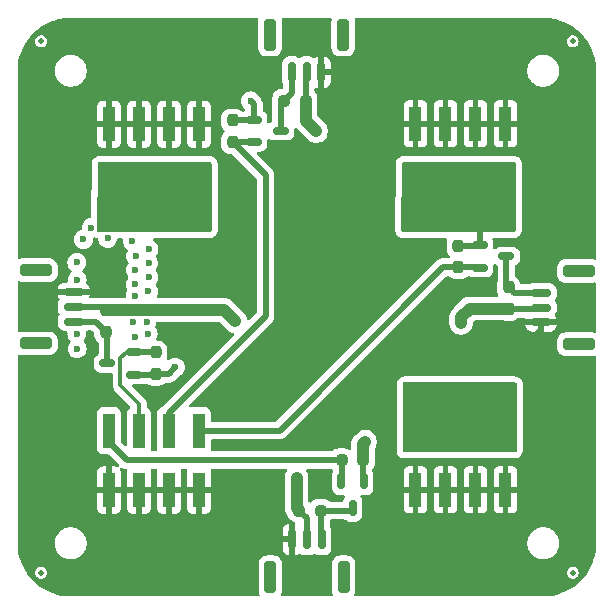
<source format=gtl>
G04 #@! TF.GenerationSoftware,KiCad,Pcbnew,8.0.1*
G04 #@! TF.CreationDate,2025-02-17T13:43:14+05:00*
G04 #@! TF.ProjectId,pwm_servo,70776d5f-7365-4727-966f-2e6b69636164,rev?*
G04 #@! TF.SameCoordinates,Original*
G04 #@! TF.FileFunction,Copper,L1,Top*
G04 #@! TF.FilePolarity,Positive*
%FSLAX46Y46*%
G04 Gerber Fmt 4.6, Leading zero omitted, Abs format (unit mm)*
G04 Created by KiCad (PCBNEW 8.0.1) date 2025-02-17 13:43:14*
%MOMM*%
%LPD*%
G01*
G04 APERTURE LIST*
G04 Aperture macros list*
%AMRoundRect*
0 Rectangle with rounded corners*
0 $1 Rounding radius*
0 $2 $3 $4 $5 $6 $7 $8 $9 X,Y pos of 4 corners*
0 Add a 4 corners polygon primitive as box body*
4,1,4,$2,$3,$4,$5,$6,$7,$8,$9,$2,$3,0*
0 Add four circle primitives for the rounded corners*
1,1,$1+$1,$2,$3*
1,1,$1+$1,$4,$5*
1,1,$1+$1,$6,$7*
1,1,$1+$1,$8,$9*
0 Add four rect primitives between the rounded corners*
20,1,$1+$1,$2,$3,$4,$5,0*
20,1,$1+$1,$4,$5,$6,$7,0*
20,1,$1+$1,$6,$7,$8,$9,0*
20,1,$1+$1,$8,$9,$2,$3,0*%
G04 Aperture macros list end*
G04 #@! TA.AperFunction,SMDPad,CuDef*
%ADD10R,1.000000X3.000000*%
G04 #@! TD*
G04 #@! TA.AperFunction,SMDPad,CuDef*
%ADD11RoundRect,0.150000X0.150000X0.700000X-0.150000X0.700000X-0.150000X-0.700000X0.150000X-0.700000X0*%
G04 #@! TD*
G04 #@! TA.AperFunction,SMDPad,CuDef*
%ADD12RoundRect,0.250000X0.250000X1.100000X-0.250000X1.100000X-0.250000X-1.100000X0.250000X-1.100000X0*%
G04 #@! TD*
G04 #@! TA.AperFunction,SMDPad,CuDef*
%ADD13RoundRect,0.150000X-0.150000X0.512500X-0.150000X-0.512500X0.150000X-0.512500X0.150000X0.512500X0*%
G04 #@! TD*
G04 #@! TA.AperFunction,SMDPad,CuDef*
%ADD14RoundRect,0.237500X-0.250000X-0.237500X0.250000X-0.237500X0.250000X0.237500X-0.250000X0.237500X0*%
G04 #@! TD*
G04 #@! TA.AperFunction,SMDPad,CuDef*
%ADD15C,0.500000*%
G04 #@! TD*
G04 #@! TA.AperFunction,SMDPad,CuDef*
%ADD16RoundRect,0.237500X0.237500X-0.250000X0.237500X0.250000X-0.237500X0.250000X-0.237500X-0.250000X0*%
G04 #@! TD*
G04 #@! TA.AperFunction,SMDPad,CuDef*
%ADD17RoundRect,0.237500X-0.237500X0.250000X-0.237500X-0.250000X0.237500X-0.250000X0.237500X0.250000X0*%
G04 #@! TD*
G04 #@! TA.AperFunction,SMDPad,CuDef*
%ADD18RoundRect,0.150000X0.512500X0.150000X-0.512500X0.150000X-0.512500X-0.150000X0.512500X-0.150000X0*%
G04 #@! TD*
G04 #@! TA.AperFunction,SMDPad,CuDef*
%ADD19RoundRect,0.150000X-0.150000X-0.700000X0.150000X-0.700000X0.150000X0.700000X-0.150000X0.700000X0*%
G04 #@! TD*
G04 #@! TA.AperFunction,SMDPad,CuDef*
%ADD20RoundRect,0.250000X-0.250000X-1.100000X0.250000X-1.100000X0.250000X1.100000X-0.250000X1.100000X0*%
G04 #@! TD*
G04 #@! TA.AperFunction,SMDPad,CuDef*
%ADD21RoundRect,0.150000X-0.512500X-0.150000X0.512500X-0.150000X0.512500X0.150000X-0.512500X0.150000X0*%
G04 #@! TD*
G04 #@! TA.AperFunction,SMDPad,CuDef*
%ADD22RoundRect,0.237500X0.250000X0.237500X-0.250000X0.237500X-0.250000X-0.237500X0.250000X-0.237500X0*%
G04 #@! TD*
G04 #@! TA.AperFunction,SMDPad,CuDef*
%ADD23RoundRect,0.150000X0.700000X-0.150000X0.700000X0.150000X-0.700000X0.150000X-0.700000X-0.150000X0*%
G04 #@! TD*
G04 #@! TA.AperFunction,SMDPad,CuDef*
%ADD24RoundRect,0.250000X1.100000X-0.250000X1.100000X0.250000X-1.100000X0.250000X-1.100000X-0.250000X0*%
G04 #@! TD*
G04 #@! TA.AperFunction,SMDPad,CuDef*
%ADD25RoundRect,0.150000X-0.700000X0.150000X-0.700000X-0.150000X0.700000X-0.150000X0.700000X0.150000X0*%
G04 #@! TD*
G04 #@! TA.AperFunction,SMDPad,CuDef*
%ADD26RoundRect,0.250000X-1.100000X0.250000X-1.100000X-0.250000X1.100000X-0.250000X1.100000X0.250000X0*%
G04 #@! TD*
G04 #@! TA.AperFunction,ViaPad*
%ADD27C,0.600000*%
G04 #@! TD*
G04 #@! TA.AperFunction,Conductor*
%ADD28C,0.500000*%
G04 #@! TD*
G04 #@! TA.AperFunction,Conductor*
%ADD29C,1.000000*%
G04 #@! TD*
G04 #@! TA.AperFunction,Conductor*
%ADD30C,0.300000*%
G04 #@! TD*
G04 APERTURE END LIST*
D10*
X145815000Y-104505000D03*
X145815000Y-109545000D03*
X148354999Y-104505000D03*
X148354999Y-109545000D03*
X150895001Y-104505000D03*
X150895001Y-109545000D03*
X153435000Y-104505000D03*
X153435000Y-109545000D03*
D11*
X163800000Y-74175000D03*
X162550000Y-74175001D03*
X161300000Y-74175000D03*
D12*
X165650000Y-70975000D03*
X159450000Y-70975000D03*
D13*
X167399999Y-108812500D03*
X165500001Y-108812500D03*
X166450000Y-111087500D03*
D14*
X160637500Y-76575000D03*
X162462500Y-76575000D03*
X165512500Y-107000000D03*
X167337500Y-107000000D03*
D15*
X185075000Y-116550000D03*
D16*
X156275000Y-80075000D03*
X156275000Y-78250000D03*
D17*
X179650000Y-92387500D03*
X179650000Y-94212500D03*
D15*
X185075000Y-71550000D03*
X140075000Y-71550000D03*
D18*
X147962500Y-99774999D03*
X147962500Y-97875001D03*
X145687500Y-98825000D03*
D19*
X161325000Y-113725000D03*
X162575000Y-113725000D03*
X163825000Y-113725000D03*
D20*
X159475000Y-116925000D03*
X165675000Y-116925000D03*
D21*
X177187500Y-88812501D03*
X177187500Y-90712499D03*
X179462500Y-89762500D03*
D15*
X140075000Y-116550000D03*
D22*
X163750000Y-111275000D03*
X161925000Y-111275000D03*
D16*
X145550000Y-96137500D03*
X145550000Y-94312500D03*
D21*
X158062500Y-78187501D03*
X158062500Y-80087499D03*
X160337500Y-79137500D03*
D10*
X179385000Y-83570000D03*
X179385000Y-78530000D03*
X176845001Y-83570000D03*
X176845001Y-78530000D03*
X174304999Y-83570000D03*
X174304999Y-78530000D03*
X171765000Y-83570000D03*
X171765000Y-78530000D03*
D23*
X182400000Y-95350000D03*
X182399999Y-94100000D03*
X182400000Y-92850000D03*
D24*
X185600000Y-97200000D03*
X185600000Y-91000000D03*
D10*
X153435000Y-83620000D03*
X153435000Y-78580000D03*
X150895001Y-83620000D03*
X150895001Y-78580000D03*
X148354999Y-83620000D03*
X148354999Y-78580000D03*
X145815000Y-83620000D03*
X145815000Y-78580000D03*
X171765000Y-104480000D03*
X171765000Y-109520000D03*
X174304999Y-104480000D03*
X174304999Y-109520000D03*
X176845001Y-104480000D03*
X176845001Y-109520000D03*
X179385000Y-104480000D03*
X179385000Y-109520000D03*
D25*
X142825000Y-92775000D03*
X142825001Y-94025000D03*
X142825000Y-95275000D03*
D26*
X139625000Y-90925000D03*
X139625000Y-97125000D03*
D16*
X175375000Y-90687500D03*
X175375000Y-88862500D03*
D17*
X149775000Y-97887500D03*
X149775000Y-99712500D03*
D27*
X184155000Y-105965000D03*
X156215000Y-100885000D03*
X140975000Y-78025000D03*
X181615000Y-85645000D03*
X146055000Y-75485000D03*
X140975000Y-100885000D03*
X176535000Y-116125000D03*
X140975000Y-108505000D03*
X140975000Y-80565000D03*
X184155000Y-100885000D03*
X151135000Y-70405000D03*
X140975000Y-83105000D03*
X158755000Y-100885000D03*
X140975000Y-88185000D03*
X143515000Y-83105000D03*
X140975000Y-85645000D03*
X163835000Y-70405000D03*
X140975000Y-103425000D03*
X148595000Y-75485000D03*
X140975000Y-105965000D03*
X140975000Y-111045000D03*
X143515000Y-70405000D03*
X143515000Y-78025000D03*
X179075000Y-116125000D03*
X146055000Y-72945000D03*
X143515000Y-80565000D03*
X143515000Y-85645000D03*
X156215000Y-83105000D03*
X143515000Y-100885000D03*
X143515000Y-103425000D03*
X151135000Y-90725000D03*
X143515000Y-105965000D03*
X156215000Y-70405000D03*
X176535000Y-98345000D03*
X143515000Y-108505000D03*
X173995000Y-113585000D03*
X143515000Y-111045000D03*
X181615000Y-83105000D03*
X143515000Y-116125000D03*
X146055000Y-70405000D03*
X156215000Y-103425000D03*
X146055000Y-113585000D03*
X146055000Y-116125000D03*
X148595000Y-70405000D03*
X148595000Y-72945000D03*
X148595000Y-113585000D03*
X148595000Y-116125000D03*
X151135000Y-72945000D03*
X151135000Y-75485000D03*
X151135000Y-95805000D03*
X184155000Y-85645000D03*
X151135000Y-113585000D03*
X151135000Y-116125000D03*
X153675000Y-70405000D03*
X153675000Y-72945000D03*
X153675000Y-75485000D03*
X153675000Y-90725000D03*
X153675000Y-95805000D03*
X153675000Y-113585000D03*
X153675000Y-116125000D03*
X171455000Y-113585000D03*
X156215000Y-72945000D03*
X156215000Y-75485000D03*
X166375000Y-113585000D03*
X156215000Y-85645000D03*
X156215000Y-88185000D03*
X156215000Y-90725000D03*
X156215000Y-108505000D03*
X156215000Y-111045000D03*
X156215000Y-113585000D03*
X156215000Y-116125000D03*
X158755000Y-98345000D03*
X158755000Y-103425000D03*
X158755000Y-108505000D03*
X158755000Y-111045000D03*
X158755000Y-113585000D03*
X161295000Y-70405000D03*
X161295000Y-80565000D03*
X161295000Y-83105000D03*
X161295000Y-85645000D03*
X161295000Y-88185000D03*
X161295000Y-90725000D03*
X161295000Y-93265000D03*
X161295000Y-116125000D03*
X163835000Y-85645000D03*
X168915000Y-83105000D03*
X163835000Y-88185000D03*
X184155000Y-88185000D03*
X163835000Y-90725000D03*
X168915000Y-80565000D03*
X163835000Y-93265000D03*
X168915000Y-90725000D03*
X163835000Y-103425000D03*
X163835000Y-108505000D03*
X163835000Y-116125000D03*
X166375000Y-75485000D03*
X166375000Y-78025000D03*
X166375000Y-80565000D03*
X168915000Y-78025000D03*
X166375000Y-88185000D03*
X166375000Y-90725000D03*
X166375000Y-93265000D03*
X166375000Y-100885000D03*
X166375000Y-103425000D03*
X168915000Y-70405000D03*
X168915000Y-72945000D03*
X168915000Y-75485000D03*
X168915000Y-93265000D03*
X168915000Y-98345000D03*
X168915000Y-100885000D03*
X168915000Y-103425000D03*
X168915000Y-105965000D03*
X168915000Y-108505000D03*
X168915000Y-111045000D03*
X168915000Y-113585000D03*
X168915000Y-116125000D03*
X171455000Y-70405000D03*
X171455000Y-72945000D03*
X171455000Y-75485000D03*
X171455000Y-98345000D03*
X171455000Y-116125000D03*
X173995000Y-70405000D03*
X173995000Y-72945000D03*
X173995000Y-75485000D03*
X173995000Y-93265000D03*
X173995000Y-98345000D03*
X173995000Y-116125000D03*
X176535000Y-70405000D03*
X176535000Y-72945000D03*
X176535000Y-75485000D03*
X176535000Y-113585000D03*
X179075000Y-70405000D03*
X179075000Y-72945000D03*
X179075000Y-75485000D03*
X179075000Y-113585000D03*
X181615000Y-70405000D03*
X181615000Y-78025000D03*
X181615000Y-80565000D03*
X181615000Y-88185000D03*
X181615000Y-100885000D03*
X181615000Y-103425000D03*
X181615000Y-105965000D03*
X181615000Y-108505000D03*
X181615000Y-111045000D03*
X181615000Y-116125000D03*
X184155000Y-78025000D03*
X184155000Y-80565000D03*
X184155000Y-83105000D03*
X184155000Y-103425000D03*
X184155000Y-108505000D03*
X184155000Y-111045000D03*
X175625000Y-95395000D03*
X161700000Y-108525000D03*
X163350000Y-79150000D03*
X156525000Y-95250000D03*
X181925000Y-96450000D03*
X148025000Y-93075000D03*
X173413470Y-102050000D03*
X147775000Y-88450000D03*
X152357683Y-87200000D03*
X179299989Y-87225000D03*
X149150000Y-92730765D03*
X148050000Y-90942306D03*
X175723071Y-87175000D03*
X175126918Y-86050000D03*
X150569224Y-86075000D03*
X151425000Y-99150000D03*
X151165377Y-87200000D03*
X149200000Y-89153847D03*
X173934612Y-86050000D03*
X146992306Y-86025000D03*
X174605776Y-102050000D03*
X174530765Y-87175000D03*
X176394235Y-100950000D03*
X179375000Y-102100000D03*
X147850000Y-95350000D03*
X176915377Y-87200000D03*
X149376918Y-86050000D03*
X148780765Y-87175000D03*
X143125000Y-97575000D03*
X149125000Y-96307683D03*
X149175000Y-90346153D03*
X178107683Y-87200000D03*
X172146153Y-87150000D03*
X177511530Y-86075000D03*
X149175000Y-91538459D03*
X145700000Y-88225000D03*
X157800000Y-76600000D03*
X172742306Y-86025000D03*
X176990388Y-102075000D03*
X144325000Y-87325000D03*
X148184612Y-86050000D03*
X143650000Y-88325000D03*
X148050000Y-92134612D03*
X178703836Y-86100000D03*
X177586541Y-100975000D03*
X171625011Y-100900000D03*
X149973071Y-87175000D03*
X173338459Y-87150000D03*
X175201929Y-100950000D03*
X171550000Y-86025000D03*
X175798082Y-102075000D03*
X148050000Y-96550000D03*
X143125000Y-91750000D03*
X153549989Y-87225000D03*
X176319224Y-86075000D03*
X174009623Y-100925000D03*
X145800000Y-86025000D03*
X151761530Y-86075000D03*
X172817316Y-100925000D03*
X152953836Y-86100000D03*
X178182694Y-102100000D03*
X148075000Y-89750000D03*
X143100000Y-90275000D03*
X167500000Y-105450000D03*
X143100000Y-96300000D03*
X178778847Y-100975000D03*
X172221164Y-102025000D03*
X149000000Y-95350000D03*
X146396153Y-87150000D03*
X147588459Y-87150000D03*
D28*
X163750000Y-111275000D02*
X166262500Y-111275000D01*
X163750000Y-111275000D02*
X163750000Y-113650000D01*
X166262500Y-111275000D02*
X166450000Y-111087500D01*
X163750000Y-113650000D02*
X163825000Y-113725000D01*
D29*
X161700000Y-111050000D02*
X161925000Y-111275000D01*
D28*
X162462500Y-76575000D02*
X162462500Y-74262501D01*
D29*
X161700000Y-108525000D02*
X161700000Y-111050000D01*
D28*
X182287499Y-94212500D02*
X182399999Y-94100000D01*
D29*
X156525000Y-95250000D02*
X155550000Y-94275000D01*
X175625000Y-94900000D02*
X176350000Y-94175000D01*
D28*
X142825001Y-94025000D02*
X145262500Y-94025000D01*
D29*
X145587500Y-94275000D02*
X145550000Y-94312500D01*
D28*
X162462500Y-74262501D02*
X162550000Y-74175001D01*
D29*
X155550000Y-94275000D02*
X145587500Y-94275000D01*
D28*
X179650000Y-94212500D02*
X182287499Y-94212500D01*
D29*
X179612500Y-94175000D02*
X179650000Y-94212500D01*
D28*
X145262500Y-94025000D02*
X145550000Y-94312500D01*
D29*
X162462500Y-76575000D02*
X162462500Y-78262500D01*
D28*
X162575000Y-111925000D02*
X162575000Y-113725000D01*
X161925000Y-111275000D02*
X162575000Y-111925000D01*
D29*
X175625000Y-95395000D02*
X175625000Y-94900000D01*
X176350000Y-94175000D02*
X179612500Y-94175000D01*
X162462500Y-78262500D02*
X163350000Y-79150000D01*
D28*
X182400000Y-95350000D02*
X182400000Y-95975000D01*
X182400000Y-95975000D02*
X181925000Y-96450000D01*
X145687500Y-98825000D02*
X145687500Y-96275000D01*
X144687500Y-95275000D02*
X145550000Y-96137500D01*
X142825000Y-95275000D02*
X144687500Y-95275000D01*
X145687500Y-96275000D02*
X145550000Y-96137500D01*
X161300000Y-75912500D02*
X160637500Y-76575000D01*
X161300000Y-74175000D02*
X161300000Y-75912500D01*
X160337500Y-79137500D02*
X160337500Y-76875000D01*
X160337500Y-76875000D02*
X160637500Y-76575000D01*
X180112500Y-92850000D02*
X179650000Y-92387500D01*
X179462500Y-92200000D02*
X179650000Y-92387500D01*
X182400000Y-92850000D02*
X180112500Y-92850000D01*
X179462500Y-89762500D02*
X179462500Y-92200000D01*
X175375000Y-88862500D02*
X177137501Y-88862500D01*
X167337500Y-107000000D02*
X167337500Y-108750001D01*
X158062500Y-76862500D02*
X157800000Y-76600000D01*
X167337500Y-108750001D02*
X167399999Y-108812500D01*
X156275000Y-78250000D02*
X158000001Y-78250000D01*
D29*
X167337500Y-107000000D02*
X167337500Y-105612500D01*
D28*
X150862500Y-99712500D02*
X151425000Y-99150000D01*
X149775000Y-99712500D02*
X150862500Y-99712500D01*
X177187500Y-88812501D02*
X177187500Y-87472123D01*
X158062500Y-78187501D02*
X158062500Y-76862500D01*
X177137501Y-88862500D02*
X177187500Y-88812501D01*
X149712501Y-99774999D02*
X149775000Y-99712500D01*
X147962500Y-99774999D02*
X149712501Y-99774999D01*
X177187500Y-87472123D02*
X176915377Y-87200000D01*
D29*
X167337500Y-105612500D02*
X167500000Y-105450000D01*
D28*
X158000001Y-78250000D02*
X158062500Y-78187501D01*
X165512500Y-108800001D02*
X165500001Y-108812500D01*
X145815000Y-104505000D02*
X145815000Y-105505000D01*
X145815000Y-105505000D02*
X147310000Y-107000000D01*
X165512500Y-107000000D02*
X165512500Y-108800001D01*
X147310000Y-107000000D02*
X165512500Y-107000000D01*
D30*
X146775000Y-98400000D02*
X147299999Y-97875001D01*
D28*
X147962500Y-97875001D02*
X149762501Y-97875001D01*
X149762501Y-97875001D02*
X149775000Y-97887500D01*
D30*
X148354999Y-104505000D02*
X148354999Y-102229999D01*
X148354999Y-102229999D02*
X146775000Y-100650000D01*
X146775000Y-100650000D02*
X146775000Y-98400000D01*
X147299999Y-97875001D02*
X147962500Y-97875001D01*
D28*
X159075000Y-94825000D02*
X159075000Y-82875000D01*
X150900000Y-103000000D02*
X159075000Y-94825000D01*
X150900000Y-104500001D02*
X150900000Y-103000000D01*
X150895001Y-104505000D02*
X150900000Y-104500001D01*
X158050001Y-80075000D02*
X158062500Y-80087499D01*
X159075000Y-82875000D02*
X156275000Y-80075000D01*
X156275000Y-80075000D02*
X158050001Y-80075000D01*
X153435000Y-104505000D02*
X160270000Y-104505000D01*
X175375000Y-90687500D02*
X177162501Y-90687500D01*
X160270000Y-104505000D02*
X174087500Y-90687500D01*
X177162501Y-90687500D02*
X177187500Y-90712499D01*
X174087500Y-90687500D02*
X175375000Y-90687500D01*
G04 #@! TA.AperFunction,Conductor*
G36*
X180193039Y-81794685D02*
G01*
X180238794Y-81847489D01*
X180250000Y-81899000D01*
X180250000Y-87576000D01*
X180230315Y-87643039D01*
X180177511Y-87688794D01*
X180126000Y-87700000D01*
X170699524Y-87700000D01*
X170632485Y-87680315D01*
X170586730Y-87627511D01*
X170575525Y-87575477D01*
X170599479Y-81898477D01*
X170619446Y-81831521D01*
X170672443Y-81785989D01*
X170723478Y-81775000D01*
X180126000Y-81775000D01*
X180193039Y-81794685D01*
G37*
G04 #@! TD.AperFunction*
G04 #@! TA.AperFunction,Conductor*
G36*
X164705039Y-107770185D02*
G01*
X164750794Y-107822989D01*
X164762000Y-107874500D01*
X164762000Y-107982441D01*
X164748644Y-108031267D01*
X164751356Y-108032441D01*
X164748255Y-108039607D01*
X164702403Y-108197426D01*
X164702402Y-108197432D01*
X164699501Y-108234298D01*
X164699501Y-109390701D01*
X164702402Y-109427567D01*
X164702403Y-109427573D01*
X164748255Y-109585393D01*
X164748256Y-109585396D01*
X164831918Y-109726862D01*
X164831924Y-109726870D01*
X164948130Y-109843076D01*
X164948134Y-109843079D01*
X164948136Y-109843081D01*
X165089603Y-109926744D01*
X165091868Y-109927402D01*
X165247427Y-109972597D01*
X165247430Y-109972597D01*
X165247432Y-109972598D01*
X165284307Y-109975500D01*
X165284315Y-109975500D01*
X165682105Y-109975500D01*
X165749144Y-109995185D01*
X165794899Y-110047989D01*
X165804843Y-110117147D01*
X165784328Y-110165496D01*
X165785890Y-110166420D01*
X165698255Y-110314603D01*
X165698254Y-110314606D01*
X165663249Y-110435095D01*
X165625643Y-110493981D01*
X165562171Y-110523187D01*
X165544173Y-110524500D01*
X164582052Y-110524500D01*
X164515013Y-110504815D01*
X164494371Y-110488181D01*
X164460851Y-110454661D01*
X164460850Y-110454660D01*
X164314016Y-110364092D01*
X164150253Y-110309826D01*
X164150251Y-110309825D01*
X164049178Y-110299500D01*
X163450830Y-110299500D01*
X163450812Y-110299501D01*
X163349747Y-110309825D01*
X163185984Y-110364092D01*
X163185981Y-110364093D01*
X163039148Y-110454661D01*
X162925181Y-110568629D01*
X162863858Y-110602114D01*
X162794166Y-110597130D01*
X162749819Y-110568629D01*
X162736819Y-110555629D01*
X162703334Y-110494306D01*
X162700500Y-110467948D01*
X162700500Y-108426456D01*
X162662052Y-108233170D01*
X162662051Y-108233169D01*
X162662051Y-108233165D01*
X162647248Y-108197426D01*
X162586635Y-108051092D01*
X162586628Y-108051079D01*
X162514673Y-107943391D01*
X162493795Y-107876713D01*
X162512280Y-107809333D01*
X162564258Y-107762643D01*
X162617775Y-107750500D01*
X164638000Y-107750500D01*
X164705039Y-107770185D01*
G37*
G04 #@! TD.AperFunction*
G04 #@! TA.AperFunction,Conductor*
G36*
X155151257Y-95295185D02*
G01*
X155171899Y-95311819D01*
X155887215Y-96027136D01*
X155887219Y-96027139D01*
X156051079Y-96136627D01*
X156051083Y-96136629D01*
X156051086Y-96136631D01*
X156233164Y-96212051D01*
X156272442Y-96219864D01*
X156333778Y-96232065D01*
X156395689Y-96264450D01*
X156430263Y-96325166D01*
X156426524Y-96394935D01*
X156397268Y-96441363D01*
X150363497Y-102475133D01*
X150302174Y-102508618D01*
X150289083Y-102510740D01*
X150287525Y-102510907D01*
X150287514Y-102510910D01*
X150152672Y-102561202D01*
X150152665Y-102561206D01*
X150037456Y-102647452D01*
X150037453Y-102647455D01*
X149951207Y-102762664D01*
X149951203Y-102762671D01*
X149900909Y-102897517D01*
X149894502Y-102957116D01*
X149894502Y-102957123D01*
X149894501Y-102957135D01*
X149894501Y-106052870D01*
X149894502Y-106052872D01*
X149900884Y-106112245D01*
X149900885Y-106112246D01*
X149888479Y-106181005D01*
X149840868Y-106232142D01*
X149777595Y-106249500D01*
X149472405Y-106249500D01*
X149405366Y-106229815D01*
X149359611Y-106177011D01*
X149349115Y-106112246D01*
X149355499Y-106052873D01*
X149355498Y-102957128D01*
X149349090Y-102897517D01*
X149323998Y-102830243D01*
X149298796Y-102762671D01*
X149298792Y-102762664D01*
X149212546Y-102647455D01*
X149212543Y-102647452D01*
X149097334Y-102561206D01*
X149097331Y-102561205D01*
X149097330Y-102561204D01*
X149086160Y-102557038D01*
X149030230Y-102515166D01*
X149005815Y-102449701D01*
X149005499Y-102440858D01*
X149005499Y-102165927D01*
X148980501Y-102040260D01*
X148980500Y-102040259D01*
X148980500Y-102040255D01*
X148931464Y-101921872D01*
X148931463Y-101921871D01*
X148931459Y-101921863D01*
X148912295Y-101893183D01*
X148912293Y-101893181D01*
X148860276Y-101815330D01*
X148860274Y-101815328D01*
X148860272Y-101815325D01*
X148860271Y-101815324D01*
X147832126Y-100787180D01*
X147798641Y-100725857D01*
X147803625Y-100656165D01*
X147845497Y-100600232D01*
X147910961Y-100575815D01*
X147919807Y-100575499D01*
X148540686Y-100575499D01*
X148540694Y-100575499D01*
X148577569Y-100572597D01*
X148577571Y-100572596D01*
X148577573Y-100572596D01*
X148722733Y-100530423D01*
X148757328Y-100525499D01*
X149009316Y-100525499D01*
X149074413Y-100543960D01*
X149076649Y-100545339D01*
X149076650Y-100545340D01*
X149223484Y-100635908D01*
X149387247Y-100690174D01*
X149488323Y-100700500D01*
X150061676Y-100700499D01*
X150061684Y-100700498D01*
X150061687Y-100700498D01*
X150117030Y-100694844D01*
X150162753Y-100690174D01*
X150326516Y-100635908D01*
X150473350Y-100545340D01*
X150519371Y-100499319D01*
X150580694Y-100465834D01*
X150607052Y-100463000D01*
X150936420Y-100463000D01*
X151036419Y-100443108D01*
X151081413Y-100434158D01*
X151217995Y-100377584D01*
X151274931Y-100339541D01*
X151340916Y-100295452D01*
X151733063Y-99903303D01*
X151769134Y-99880650D01*
X151768248Y-99878810D01*
X151774510Y-99875792D01*
X151774522Y-99875789D01*
X151927262Y-99779816D01*
X152054816Y-99652262D01*
X152150789Y-99499522D01*
X152210368Y-99329255D01*
X152220943Y-99235398D01*
X152230565Y-99150003D01*
X152230565Y-99149996D01*
X152210369Y-98970750D01*
X152210368Y-98970745D01*
X152206598Y-98959971D01*
X152150789Y-98800478D01*
X152054816Y-98647738D01*
X151927262Y-98520184D01*
X151774523Y-98424211D01*
X151604254Y-98364631D01*
X151604249Y-98364630D01*
X151425004Y-98344435D01*
X151424996Y-98344435D01*
X151245750Y-98364630D01*
X151245745Y-98364631D01*
X151075476Y-98424211D01*
X150922737Y-98520184D01*
X150922735Y-98520185D01*
X150904462Y-98538459D01*
X150843138Y-98571943D01*
X150773447Y-98566957D01*
X150717514Y-98525084D01*
X150693099Y-98459619D01*
X150699076Y-98411777D01*
X150740174Y-98287753D01*
X150750500Y-98186677D01*
X150750499Y-97588324D01*
X150740174Y-97487247D01*
X150685908Y-97323484D01*
X150595340Y-97176650D01*
X150473350Y-97054660D01*
X150363092Y-96986652D01*
X150326518Y-96964093D01*
X150326513Y-96964091D01*
X150325069Y-96963612D01*
X150162753Y-96909826D01*
X150162751Y-96909825D01*
X150061684Y-96899500D01*
X150061677Y-96899500D01*
X149922906Y-96899500D01*
X149855867Y-96879815D01*
X149810112Y-96827011D01*
X149800168Y-96757853D01*
X149817913Y-96709527D01*
X149850788Y-96657207D01*
X149853477Y-96649522D01*
X149910368Y-96486938D01*
X149910369Y-96486932D01*
X149930565Y-96307686D01*
X149930565Y-96307679D01*
X149910369Y-96128433D01*
X149910368Y-96128428D01*
X149898517Y-96094561D01*
X149850789Y-95958161D01*
X149841310Y-95943076D01*
X149754818Y-95805424D01*
X149751617Y-95801411D01*
X149725207Y-95736725D01*
X149731521Y-95683140D01*
X149785366Y-95529262D01*
X149785369Y-95529249D01*
X149801552Y-95385617D01*
X149828618Y-95321203D01*
X149886213Y-95281648D01*
X149924772Y-95275500D01*
X155084218Y-95275500D01*
X155151257Y-95295185D01*
G37*
G04 #@! TD.AperFunction*
G04 #@! TA.AperFunction,Conductor*
G36*
X158412217Y-69570185D02*
G01*
X158457972Y-69622989D01*
X158467916Y-69692147D01*
X158462884Y-69713504D01*
X158460000Y-69722204D01*
X158449500Y-69824983D01*
X158449500Y-72125001D01*
X158449501Y-72125018D01*
X158460000Y-72227796D01*
X158460001Y-72227799D01*
X158515185Y-72394331D01*
X158515186Y-72394334D01*
X158607288Y-72543656D01*
X158731344Y-72667712D01*
X158880666Y-72759814D01*
X159047203Y-72814999D01*
X159149991Y-72825500D01*
X159750008Y-72825499D01*
X159750016Y-72825498D01*
X159750019Y-72825498D01*
X159806302Y-72819748D01*
X159852797Y-72814999D01*
X160019334Y-72759814D01*
X160168656Y-72667712D01*
X160292712Y-72543656D01*
X160384814Y-72394334D01*
X160439999Y-72227797D01*
X160450500Y-72125009D01*
X160450499Y-69824992D01*
X160439999Y-69722203D01*
X160437856Y-69715737D01*
X160437116Y-69713502D01*
X160434716Y-69643674D01*
X160470448Y-69583632D01*
X160532969Y-69552441D01*
X160554823Y-69550500D01*
X164545178Y-69550500D01*
X164612217Y-69570185D01*
X164657972Y-69622989D01*
X164667916Y-69692147D01*
X164662884Y-69713504D01*
X164660000Y-69722204D01*
X164649500Y-69824983D01*
X164649500Y-72125001D01*
X164649501Y-72125018D01*
X164660000Y-72227796D01*
X164660001Y-72227799D01*
X164715185Y-72394331D01*
X164715186Y-72394334D01*
X164807288Y-72543656D01*
X164931344Y-72667712D01*
X165080666Y-72759814D01*
X165247203Y-72814999D01*
X165349991Y-72825500D01*
X165950008Y-72825499D01*
X165950016Y-72825498D01*
X165950019Y-72825498D01*
X166006302Y-72819748D01*
X166052797Y-72814999D01*
X166219334Y-72759814D01*
X166368656Y-72667712D01*
X166492712Y-72543656D01*
X166584814Y-72394334D01*
X166639999Y-72227797D01*
X166650500Y-72125009D01*
X166650500Y-71550000D01*
X184569353Y-71550000D01*
X184589834Y-71692456D01*
X184636980Y-71795689D01*
X184649623Y-71823373D01*
X184743872Y-71932143D01*
X184864947Y-72009953D01*
X184864950Y-72009954D01*
X184864949Y-72009954D01*
X184972107Y-72041417D01*
X184997300Y-72048815D01*
X185003036Y-72050499D01*
X185003038Y-72050500D01*
X185003039Y-72050500D01*
X185146962Y-72050500D01*
X185146962Y-72050499D01*
X185285053Y-72009953D01*
X185406128Y-71932143D01*
X185500377Y-71823373D01*
X185560165Y-71692457D01*
X185580647Y-71550000D01*
X185560165Y-71407543D01*
X185500377Y-71276627D01*
X185406128Y-71167857D01*
X185285053Y-71090047D01*
X185285051Y-71090046D01*
X185285049Y-71090045D01*
X185285050Y-71090045D01*
X185146963Y-71049500D01*
X185146961Y-71049500D01*
X185003039Y-71049500D01*
X185003036Y-71049500D01*
X184864949Y-71090045D01*
X184743873Y-71167856D01*
X184649623Y-71276626D01*
X184649622Y-71276628D01*
X184589834Y-71407543D01*
X184569353Y-71550000D01*
X166650500Y-71550000D01*
X166650499Y-69824992D01*
X166639999Y-69722203D01*
X166637856Y-69715737D01*
X166637116Y-69713502D01*
X166634716Y-69643674D01*
X166670448Y-69583632D01*
X166732969Y-69552441D01*
X166754823Y-69550500D01*
X182509108Y-69550500D01*
X182572294Y-69550500D01*
X182577702Y-69550617D01*
X182961771Y-69567386D01*
X182972506Y-69568326D01*
X183350971Y-69618152D01*
X183361597Y-69620025D01*
X183734284Y-69702648D01*
X183744710Y-69705442D01*
X184108765Y-69820227D01*
X184118911Y-69823920D01*
X184471578Y-69970000D01*
X184481369Y-69974566D01*
X184819942Y-70150816D01*
X184829310Y-70156224D01*
X185151244Y-70361318D01*
X185160105Y-70367523D01*
X185462930Y-70599889D01*
X185471217Y-70606843D01*
X185752635Y-70864715D01*
X185760284Y-70872364D01*
X186018156Y-71153782D01*
X186025110Y-71162069D01*
X186257476Y-71464894D01*
X186263681Y-71473755D01*
X186468775Y-71795689D01*
X186474183Y-71805057D01*
X186650430Y-72143623D01*
X186655002Y-72153427D01*
X186801075Y-72506078D01*
X186804775Y-72516244D01*
X186919554Y-72880278D01*
X186922354Y-72890727D01*
X187004971Y-73263389D01*
X187006849Y-73274042D01*
X187056671Y-73652473D01*
X187057614Y-73663249D01*
X187074382Y-74047297D01*
X187074500Y-74052706D01*
X187074500Y-89911746D01*
X187054815Y-89978785D01*
X187002011Y-90024540D01*
X186932853Y-90034484D01*
X186911497Y-90029452D01*
X186852799Y-90010001D01*
X186852795Y-90010000D01*
X186750010Y-89999500D01*
X184449998Y-89999500D01*
X184449981Y-89999501D01*
X184347203Y-90010000D01*
X184347200Y-90010001D01*
X184180668Y-90065185D01*
X184180663Y-90065187D01*
X184031342Y-90157289D01*
X183907289Y-90281342D01*
X183815187Y-90430663D01*
X183815185Y-90430668D01*
X183795032Y-90491486D01*
X183760001Y-90597203D01*
X183760001Y-90597204D01*
X183760000Y-90597204D01*
X183749500Y-90699983D01*
X183749500Y-91300001D01*
X183749501Y-91300019D01*
X183760000Y-91402796D01*
X183760001Y-91402799D01*
X183815185Y-91569331D01*
X183815186Y-91569334D01*
X183907288Y-91718656D01*
X184031344Y-91842712D01*
X184180666Y-91934814D01*
X184347203Y-91989999D01*
X184449991Y-92000500D01*
X186750008Y-92000499D01*
X186852797Y-91989999D01*
X186911496Y-91970547D01*
X186981324Y-91968146D01*
X187041366Y-92003878D01*
X187072559Y-92066398D01*
X187074500Y-92088254D01*
X187074500Y-96111746D01*
X187054815Y-96178785D01*
X187002011Y-96224540D01*
X186932853Y-96234484D01*
X186911497Y-96229452D01*
X186852799Y-96210001D01*
X186852795Y-96210000D01*
X186750010Y-96199500D01*
X184449998Y-96199500D01*
X184449981Y-96199501D01*
X184347203Y-96210000D01*
X184347200Y-96210001D01*
X184180668Y-96265185D01*
X184180663Y-96265187D01*
X184031342Y-96357289D01*
X183907289Y-96481342D01*
X183815187Y-96630663D01*
X183815185Y-96630668D01*
X183808937Y-96649523D01*
X183760001Y-96797203D01*
X183760001Y-96797204D01*
X183760000Y-96797204D01*
X183749500Y-96899983D01*
X183749500Y-97500001D01*
X183749501Y-97500019D01*
X183760000Y-97602796D01*
X183760001Y-97602799D01*
X183771950Y-97638858D01*
X183815186Y-97769334D01*
X183907288Y-97918656D01*
X184031344Y-98042712D01*
X184180666Y-98134814D01*
X184347203Y-98189999D01*
X184449991Y-98200500D01*
X186750008Y-98200499D01*
X186852797Y-98189999D01*
X186911496Y-98170547D01*
X186981324Y-98168146D01*
X187041366Y-98203878D01*
X187072559Y-98266398D01*
X187074500Y-98288254D01*
X187074500Y-114047293D01*
X187074382Y-114052702D01*
X187057614Y-114436750D01*
X187056671Y-114447526D01*
X187006849Y-114825957D01*
X187004971Y-114836610D01*
X186922354Y-115209272D01*
X186919554Y-115219721D01*
X186804775Y-115583755D01*
X186801075Y-115593921D01*
X186655002Y-115946572D01*
X186650430Y-115956376D01*
X186474183Y-116294942D01*
X186468775Y-116304310D01*
X186263681Y-116626244D01*
X186257476Y-116635105D01*
X186025110Y-116937930D01*
X186018156Y-116946217D01*
X185760284Y-117227635D01*
X185752635Y-117235284D01*
X185471217Y-117493156D01*
X185462930Y-117500110D01*
X185160105Y-117732476D01*
X185151244Y-117738681D01*
X184829310Y-117943775D01*
X184819942Y-117949183D01*
X184481376Y-118125430D01*
X184471572Y-118130002D01*
X184118921Y-118276075D01*
X184108755Y-118279775D01*
X183744721Y-118394554D01*
X183734272Y-118397354D01*
X183361610Y-118479971D01*
X183350957Y-118481849D01*
X182972526Y-118531671D01*
X182961750Y-118532614D01*
X182577703Y-118549382D01*
X182572294Y-118549500D01*
X166705441Y-118549500D01*
X166638402Y-118529815D01*
X166592647Y-118477011D01*
X166582703Y-118407853D01*
X166599901Y-118360405D01*
X166609814Y-118344334D01*
X166664999Y-118177797D01*
X166675500Y-118075009D01*
X166675499Y-116550000D01*
X184569353Y-116550000D01*
X184589834Y-116692456D01*
X184649622Y-116823371D01*
X184649623Y-116823373D01*
X184743872Y-116932143D01*
X184864947Y-117009953D01*
X184864950Y-117009954D01*
X184864949Y-117009954D01*
X185003036Y-117050499D01*
X185003038Y-117050500D01*
X185003039Y-117050500D01*
X185146962Y-117050500D01*
X185146962Y-117050499D01*
X185285053Y-117009953D01*
X185406128Y-116932143D01*
X185500377Y-116823373D01*
X185560165Y-116692457D01*
X185580647Y-116550000D01*
X185560165Y-116407543D01*
X185500377Y-116276627D01*
X185406128Y-116167857D01*
X185285053Y-116090047D01*
X185285051Y-116090046D01*
X185285049Y-116090045D01*
X185285050Y-116090045D01*
X185146963Y-116049500D01*
X185146961Y-116049500D01*
X185003039Y-116049500D01*
X185003036Y-116049500D01*
X184864949Y-116090045D01*
X184743873Y-116167856D01*
X184649623Y-116276626D01*
X184649622Y-116276628D01*
X184589834Y-116407543D01*
X184569353Y-116550000D01*
X166675499Y-116550000D01*
X166675499Y-115774992D01*
X166664999Y-115672203D01*
X166609814Y-115505666D01*
X166517712Y-115356344D01*
X166393656Y-115232288D01*
X166244334Y-115140186D01*
X166077797Y-115085001D01*
X166077795Y-115085000D01*
X165975010Y-115074500D01*
X165374998Y-115074500D01*
X165374980Y-115074501D01*
X165272203Y-115085000D01*
X165272200Y-115085001D01*
X165105668Y-115140185D01*
X165105663Y-115140187D01*
X164956342Y-115232289D01*
X164832289Y-115356342D01*
X164740187Y-115505663D01*
X164740186Y-115505666D01*
X164685001Y-115672203D01*
X164685001Y-115672204D01*
X164685000Y-115672204D01*
X164674500Y-115774983D01*
X164674500Y-118075001D01*
X164674501Y-118075018D01*
X164685000Y-118177796D01*
X164685001Y-118177799D01*
X164718793Y-118279775D01*
X164740186Y-118344334D01*
X164750098Y-118360404D01*
X164768538Y-118427795D01*
X164747616Y-118494459D01*
X164693974Y-118539229D01*
X164644559Y-118549500D01*
X160505441Y-118549500D01*
X160438402Y-118529815D01*
X160392647Y-118477011D01*
X160382703Y-118407853D01*
X160399901Y-118360405D01*
X160409814Y-118344334D01*
X160464999Y-118177797D01*
X160475500Y-118075009D01*
X160475499Y-115774992D01*
X160464999Y-115672203D01*
X160409814Y-115505666D01*
X160317712Y-115356344D01*
X160193656Y-115232288D01*
X160044334Y-115140186D01*
X159877797Y-115085001D01*
X159877795Y-115085000D01*
X159775010Y-115074500D01*
X159174998Y-115074500D01*
X159174980Y-115074501D01*
X159072203Y-115085000D01*
X159072200Y-115085001D01*
X158905668Y-115140185D01*
X158905663Y-115140187D01*
X158756342Y-115232289D01*
X158632289Y-115356342D01*
X158540187Y-115505663D01*
X158540186Y-115505666D01*
X158485001Y-115672203D01*
X158485001Y-115672204D01*
X158485000Y-115672204D01*
X158474500Y-115774983D01*
X158474500Y-118075001D01*
X158474501Y-118075018D01*
X158485000Y-118177796D01*
X158485001Y-118177799D01*
X158518793Y-118279775D01*
X158540186Y-118344334D01*
X158550098Y-118360404D01*
X158568538Y-118427795D01*
X158547616Y-118494459D01*
X158493974Y-118539229D01*
X158444559Y-118549500D01*
X142577706Y-118549500D01*
X142572297Y-118549382D01*
X142188249Y-118532614D01*
X142177473Y-118531671D01*
X141799042Y-118481849D01*
X141788389Y-118479971D01*
X141415727Y-118397354D01*
X141405278Y-118394554D01*
X141041244Y-118279775D01*
X141031078Y-118276075D01*
X140678427Y-118130002D01*
X140668623Y-118125430D01*
X140330057Y-117949183D01*
X140320689Y-117943775D01*
X139998755Y-117738681D01*
X139989894Y-117732476D01*
X139687069Y-117500110D01*
X139678782Y-117493156D01*
X139397364Y-117235284D01*
X139389715Y-117227635D01*
X139131843Y-116946217D01*
X139124889Y-116937930D01*
X138892523Y-116635105D01*
X138886318Y-116626244D01*
X138837745Y-116550000D01*
X139569353Y-116550000D01*
X139589834Y-116692456D01*
X139649622Y-116823371D01*
X139649623Y-116823373D01*
X139743872Y-116932143D01*
X139864947Y-117009953D01*
X139864950Y-117009954D01*
X139864949Y-117009954D01*
X140003036Y-117050499D01*
X140003038Y-117050500D01*
X140003039Y-117050500D01*
X140146962Y-117050500D01*
X140146962Y-117050499D01*
X140285053Y-117009953D01*
X140406128Y-116932143D01*
X140500377Y-116823373D01*
X140560165Y-116692457D01*
X140580647Y-116550000D01*
X140560165Y-116407543D01*
X140500377Y-116276627D01*
X140406128Y-116167857D01*
X140285053Y-116090047D01*
X140285051Y-116090046D01*
X140285049Y-116090045D01*
X140285050Y-116090045D01*
X140146963Y-116049500D01*
X140146961Y-116049500D01*
X140003039Y-116049500D01*
X140003036Y-116049500D01*
X139864949Y-116090045D01*
X139743873Y-116167856D01*
X139649623Y-116276626D01*
X139649622Y-116276628D01*
X139589834Y-116407543D01*
X139569353Y-116550000D01*
X138837745Y-116550000D01*
X138746990Y-116407543D01*
X138681223Y-116304309D01*
X138675816Y-116294942D01*
X138666281Y-116276626D01*
X138499566Y-115956369D01*
X138494997Y-115946572D01*
X138423929Y-115774998D01*
X138348920Y-115593911D01*
X138345224Y-115583755D01*
X138230442Y-115219710D01*
X138227648Y-115209284D01*
X138145025Y-114836597D01*
X138143152Y-114825971D01*
X138093326Y-114447506D01*
X138092386Y-114436771D01*
X138080140Y-114156287D01*
X141224500Y-114156287D01*
X141257754Y-114366243D01*
X141310172Y-114527569D01*
X141323444Y-114568414D01*
X141419951Y-114757820D01*
X141544890Y-114929786D01*
X141695213Y-115080109D01*
X141867179Y-115205048D01*
X141867181Y-115205049D01*
X141867184Y-115205051D01*
X142056588Y-115301557D01*
X142258757Y-115367246D01*
X142468713Y-115400500D01*
X142468714Y-115400500D01*
X142681286Y-115400500D01*
X142681287Y-115400500D01*
X142891243Y-115367246D01*
X143093412Y-115301557D01*
X143282816Y-115205051D01*
X143317637Y-115179752D01*
X143454786Y-115080109D01*
X143454788Y-115080106D01*
X143454792Y-115080104D01*
X143605104Y-114929792D01*
X143605106Y-114929788D01*
X143605109Y-114929786D01*
X143730048Y-114757820D01*
X143730047Y-114757820D01*
X143730051Y-114757816D01*
X143826557Y-114568412D01*
X143892246Y-114366243D01*
X143925500Y-114156287D01*
X143925500Y-113975000D01*
X160525000Y-113975000D01*
X160525000Y-114490649D01*
X160527899Y-114527489D01*
X160527900Y-114527495D01*
X160573716Y-114685193D01*
X160573717Y-114685196D01*
X160657314Y-114826552D01*
X160657321Y-114826561D01*
X160773438Y-114942678D01*
X160773447Y-114942685D01*
X160914801Y-115026281D01*
X161072514Y-115072100D01*
X161072511Y-115072100D01*
X161074998Y-115072295D01*
X161075000Y-115072295D01*
X161075000Y-113975000D01*
X160525000Y-113975000D01*
X143925500Y-113975000D01*
X143925500Y-113943713D01*
X143892246Y-113733757D01*
X143826557Y-113531588D01*
X143797724Y-113475000D01*
X160525000Y-113475000D01*
X161075000Y-113475000D01*
X161075000Y-112377703D01*
X161072503Y-112377900D01*
X160914806Y-112423716D01*
X160914803Y-112423717D01*
X160773447Y-112507314D01*
X160773438Y-112507321D01*
X160657321Y-112623438D01*
X160657314Y-112623447D01*
X160573717Y-112764803D01*
X160573716Y-112764806D01*
X160527900Y-112922504D01*
X160527899Y-112922510D01*
X160525000Y-112959350D01*
X160525000Y-113475000D01*
X143797724Y-113475000D01*
X143730051Y-113342184D01*
X143730049Y-113342181D01*
X143730048Y-113342179D01*
X143605109Y-113170213D01*
X143454786Y-113019890D01*
X143282820Y-112894951D01*
X143093414Y-112798444D01*
X143093413Y-112798443D01*
X143093412Y-112798443D01*
X142891243Y-112732754D01*
X142891241Y-112732753D01*
X142891240Y-112732753D01*
X142729957Y-112707208D01*
X142681287Y-112699500D01*
X142468713Y-112699500D01*
X142420042Y-112707208D01*
X142258760Y-112732753D01*
X142056585Y-112798444D01*
X141867179Y-112894951D01*
X141695213Y-113019890D01*
X141544890Y-113170213D01*
X141419951Y-113342179D01*
X141323444Y-113531585D01*
X141257753Y-113733760D01*
X141224500Y-113943713D01*
X141224500Y-114156287D01*
X138080140Y-114156287D01*
X138075618Y-114052702D01*
X138075500Y-114047293D01*
X138075500Y-109795000D01*
X144815000Y-109795000D01*
X144815000Y-111092844D01*
X144821401Y-111152372D01*
X144821403Y-111152379D01*
X144871645Y-111287086D01*
X144871649Y-111287093D01*
X144957809Y-111402187D01*
X144957812Y-111402190D01*
X145072906Y-111488350D01*
X145072913Y-111488354D01*
X145207620Y-111538596D01*
X145207627Y-111538598D01*
X145267155Y-111544999D01*
X145267172Y-111545000D01*
X145565000Y-111545000D01*
X145565000Y-109795000D01*
X146065000Y-109795000D01*
X146065000Y-111545000D01*
X146362828Y-111545000D01*
X146362844Y-111544999D01*
X146422372Y-111538598D01*
X146422379Y-111538596D01*
X146557086Y-111488354D01*
X146557093Y-111488350D01*
X146672187Y-111402190D01*
X146672190Y-111402187D01*
X146758350Y-111287093D01*
X146758354Y-111287086D01*
X146808596Y-111152379D01*
X146808598Y-111152372D01*
X146814999Y-111092844D01*
X146815000Y-111092827D01*
X146815000Y-109795000D01*
X147354999Y-109795000D01*
X147354999Y-111092844D01*
X147361400Y-111152372D01*
X147361402Y-111152379D01*
X147411644Y-111287086D01*
X147411648Y-111287093D01*
X147497808Y-111402187D01*
X147497811Y-111402190D01*
X147612905Y-111488350D01*
X147612912Y-111488354D01*
X147747619Y-111538596D01*
X147747626Y-111538598D01*
X147807154Y-111544999D01*
X147807171Y-111545000D01*
X148104999Y-111545000D01*
X148104999Y-109795000D01*
X148604999Y-109795000D01*
X148604999Y-111545000D01*
X148902827Y-111545000D01*
X148902843Y-111544999D01*
X148962371Y-111538598D01*
X148962378Y-111538596D01*
X149097085Y-111488354D01*
X149097092Y-111488350D01*
X149212186Y-111402190D01*
X149212189Y-111402187D01*
X149298349Y-111287093D01*
X149298353Y-111287086D01*
X149348595Y-111152379D01*
X149348597Y-111152372D01*
X149354998Y-111092844D01*
X149354999Y-111092827D01*
X149354999Y-109795000D01*
X149895001Y-109795000D01*
X149895001Y-111092844D01*
X149901402Y-111152372D01*
X149901404Y-111152379D01*
X149951646Y-111287086D01*
X149951650Y-111287093D01*
X150037810Y-111402187D01*
X150037813Y-111402190D01*
X150152907Y-111488350D01*
X150152914Y-111488354D01*
X150287621Y-111538596D01*
X150287628Y-111538598D01*
X150347156Y-111544999D01*
X150347173Y-111545000D01*
X150645001Y-111545000D01*
X150645001Y-109795000D01*
X151145001Y-109795000D01*
X151145001Y-111545000D01*
X151442829Y-111545000D01*
X151442845Y-111544999D01*
X151502373Y-111538598D01*
X151502380Y-111538596D01*
X151637087Y-111488354D01*
X151637094Y-111488350D01*
X151752188Y-111402190D01*
X151752191Y-111402187D01*
X151838351Y-111287093D01*
X151838355Y-111287086D01*
X151888597Y-111152379D01*
X151888599Y-111152372D01*
X151895000Y-111092844D01*
X151895001Y-111092827D01*
X151895001Y-109795000D01*
X152435000Y-109795000D01*
X152435000Y-111092844D01*
X152441401Y-111152372D01*
X152441403Y-111152379D01*
X152491645Y-111287086D01*
X152491649Y-111287093D01*
X152577809Y-111402187D01*
X152577812Y-111402190D01*
X152692906Y-111488350D01*
X152692913Y-111488354D01*
X152827620Y-111538596D01*
X152827627Y-111538598D01*
X152887155Y-111544999D01*
X152887172Y-111545000D01*
X153185000Y-111545000D01*
X153185000Y-109795000D01*
X153685000Y-109795000D01*
X153685000Y-111545000D01*
X153982828Y-111545000D01*
X153982844Y-111544999D01*
X154042372Y-111538598D01*
X154042379Y-111538596D01*
X154177086Y-111488354D01*
X154177093Y-111488350D01*
X154292187Y-111402190D01*
X154292190Y-111402187D01*
X154378350Y-111287093D01*
X154378354Y-111287086D01*
X154428596Y-111152379D01*
X154428598Y-111152372D01*
X154434999Y-111092844D01*
X154435000Y-111092827D01*
X154435000Y-109795000D01*
X153685000Y-109795000D01*
X153185000Y-109795000D01*
X152435000Y-109795000D01*
X151895001Y-109795000D01*
X151145001Y-109795000D01*
X150645001Y-109795000D01*
X149895001Y-109795000D01*
X149354999Y-109795000D01*
X148604999Y-109795000D01*
X148104999Y-109795000D01*
X147354999Y-109795000D01*
X146815000Y-109795000D01*
X146065000Y-109795000D01*
X145565000Y-109795000D01*
X144815000Y-109795000D01*
X138075500Y-109795000D01*
X138075500Y-109295000D01*
X144815000Y-109295000D01*
X145565000Y-109295000D01*
X145565000Y-107545000D01*
X145267155Y-107545000D01*
X145207627Y-107551401D01*
X145207620Y-107551403D01*
X145072913Y-107601645D01*
X145072906Y-107601649D01*
X144957812Y-107687809D01*
X144957809Y-107687812D01*
X144871649Y-107802906D01*
X144871645Y-107802913D01*
X144821403Y-107937620D01*
X144821401Y-107937627D01*
X144815000Y-107997155D01*
X144815000Y-109295000D01*
X138075500Y-109295000D01*
X138075500Y-98188401D01*
X138095185Y-98121362D01*
X138147989Y-98075607D01*
X138217147Y-98065663D01*
X138238499Y-98070693D01*
X138372203Y-98114999D01*
X138474991Y-98125500D01*
X140775008Y-98125499D01*
X140877797Y-98114999D01*
X141044334Y-98059814D01*
X141193656Y-97967712D01*
X141317712Y-97843656D01*
X141409814Y-97694334D01*
X141464999Y-97527797D01*
X141475500Y-97425009D01*
X141475499Y-96824992D01*
X141472660Y-96797204D01*
X141464999Y-96722203D01*
X141464998Y-96722200D01*
X141443461Y-96657207D01*
X141409814Y-96555666D01*
X141317712Y-96406344D01*
X141193656Y-96282288D01*
X141079783Y-96212051D01*
X141044336Y-96190187D01*
X141044331Y-96190185D01*
X141009928Y-96178785D01*
X140877797Y-96135001D01*
X140877795Y-96135000D01*
X140775010Y-96124500D01*
X138474998Y-96124500D01*
X138474981Y-96124501D01*
X138372203Y-96135000D01*
X138372200Y-96135001D01*
X138238504Y-96179304D01*
X138168675Y-96181706D01*
X138108634Y-96145974D01*
X138077441Y-96083453D01*
X138075500Y-96061598D01*
X138075500Y-95490701D01*
X141474500Y-95490701D01*
X141477401Y-95527567D01*
X141477402Y-95527573D01*
X141523254Y-95685393D01*
X141523255Y-95685396D01*
X141523256Y-95685398D01*
X141553611Y-95736725D01*
X141606917Y-95826862D01*
X141606923Y-95826870D01*
X141723129Y-95943076D01*
X141723133Y-95943079D01*
X141723135Y-95943081D01*
X141864602Y-96026744D01*
X141885385Y-96032782D01*
X142022426Y-96072597D01*
X142022429Y-96072597D01*
X142022431Y-96072598D01*
X142059306Y-96075500D01*
X142180974Y-96075500D01*
X142248013Y-96095185D01*
X142293768Y-96147989D01*
X142304194Y-96213384D01*
X142294435Y-96299997D01*
X142294435Y-96300003D01*
X142314630Y-96479249D01*
X142314631Y-96479254D01*
X142374211Y-96649523D01*
X142470184Y-96802262D01*
X142530240Y-96862318D01*
X142563725Y-96923641D01*
X142558741Y-96993333D01*
X142530241Y-97037679D01*
X142495186Y-97072733D01*
X142495186Y-97072734D01*
X142399211Y-97225476D01*
X142339631Y-97395745D01*
X142339630Y-97395750D01*
X142319435Y-97574996D01*
X142319435Y-97575003D01*
X142339630Y-97754249D01*
X142339631Y-97754254D01*
X142399211Y-97924523D01*
X142473475Y-98042712D01*
X142495184Y-98077262D01*
X142622738Y-98204816D01*
X142713080Y-98261582D01*
X142755528Y-98288254D01*
X142775478Y-98300789D01*
X142900211Y-98344435D01*
X142945745Y-98360368D01*
X142945750Y-98360369D01*
X143124996Y-98380565D01*
X143125000Y-98380565D01*
X143125004Y-98380565D01*
X143304249Y-98360369D01*
X143304252Y-98360368D01*
X143304255Y-98360368D01*
X143474522Y-98300789D01*
X143627262Y-98204816D01*
X143754816Y-98077262D01*
X143850789Y-97924522D01*
X143910368Y-97754255D01*
X143910369Y-97754249D01*
X143930565Y-97575003D01*
X143930565Y-97574996D01*
X143910369Y-97395750D01*
X143910368Y-97395745D01*
X143850788Y-97225476D01*
X143786559Y-97123257D01*
X143754816Y-97072738D01*
X143694758Y-97012680D01*
X143661274Y-96951356D01*
X143666259Y-96881665D01*
X143694758Y-96837319D01*
X143729816Y-96802262D01*
X143825789Y-96649522D01*
X143885368Y-96479255D01*
X143885369Y-96479249D01*
X143905565Y-96300003D01*
X143905565Y-96299996D01*
X143890173Y-96163383D01*
X143902228Y-96094561D01*
X143949577Y-96043182D01*
X144013393Y-96025500D01*
X144325270Y-96025500D01*
X144392309Y-96045185D01*
X144412951Y-96061819D01*
X144538181Y-96187049D01*
X144571666Y-96248372D01*
X144574500Y-96274729D01*
X144574500Y-96436668D01*
X144574501Y-96436687D01*
X144584825Y-96537752D01*
X144615614Y-96630666D01*
X144639091Y-96701514D01*
X144639092Y-96701515D01*
X144639093Y-96701518D01*
X144673395Y-96757129D01*
X144715256Y-96824998D01*
X144729661Y-96848351D01*
X144851650Y-96970340D01*
X144878096Y-96986652D01*
X144924821Y-97038600D01*
X144937000Y-97092191D01*
X144937000Y-97989281D01*
X144917315Y-98056320D01*
X144876121Y-98096013D01*
X144773138Y-98156916D01*
X144773129Y-98156923D01*
X144656923Y-98273129D01*
X144656917Y-98273137D01*
X144573255Y-98414603D01*
X144573254Y-98414606D01*
X144527402Y-98572426D01*
X144527401Y-98572432D01*
X144524500Y-98609298D01*
X144524500Y-99040701D01*
X144527401Y-99077567D01*
X144527402Y-99077573D01*
X144573254Y-99235393D01*
X144573255Y-99235396D01*
X144656917Y-99376862D01*
X144656923Y-99376870D01*
X144773129Y-99493076D01*
X144773133Y-99493079D01*
X144773135Y-99493081D01*
X144914602Y-99576744D01*
X144956224Y-99588836D01*
X145072426Y-99622597D01*
X145072429Y-99622597D01*
X145072431Y-99622598D01*
X145109306Y-99625500D01*
X146000500Y-99625500D01*
X146067539Y-99645185D01*
X146113294Y-99697989D01*
X146124500Y-99749500D01*
X146124500Y-100714070D01*
X146135774Y-100770744D01*
X146135774Y-100770746D01*
X146149497Y-100839736D01*
X146149499Y-100839744D01*
X146198534Y-100958125D01*
X146269726Y-101064673D01*
X146269727Y-101064674D01*
X147599315Y-102394261D01*
X147632800Y-102455584D01*
X147627816Y-102525276D01*
X147585945Y-102581208D01*
X147497454Y-102647452D01*
X147497451Y-102647455D01*
X147411205Y-102762664D01*
X147411201Y-102762671D01*
X147360907Y-102897517D01*
X147354500Y-102957116D01*
X147354500Y-102957123D01*
X147354499Y-102957135D01*
X147354499Y-105683770D01*
X147334814Y-105750809D01*
X147282010Y-105796564D01*
X147212852Y-105806508D01*
X147149296Y-105777483D01*
X147142818Y-105771451D01*
X146851818Y-105480451D01*
X146818333Y-105419128D01*
X146815499Y-105392770D01*
X146815499Y-102957129D01*
X146815498Y-102957123D01*
X146815497Y-102957116D01*
X146809091Y-102897517D01*
X146783999Y-102830243D01*
X146758797Y-102762671D01*
X146758793Y-102762664D01*
X146672547Y-102647455D01*
X146672544Y-102647452D01*
X146557335Y-102561206D01*
X146557328Y-102561202D01*
X146422482Y-102510908D01*
X146422483Y-102510908D01*
X146362883Y-102504501D01*
X146362881Y-102504500D01*
X146362873Y-102504500D01*
X146362864Y-102504500D01*
X145267129Y-102504500D01*
X145267123Y-102504501D01*
X145207516Y-102510908D01*
X145072671Y-102561202D01*
X145072664Y-102561206D01*
X144957455Y-102647452D01*
X144957452Y-102647455D01*
X144871206Y-102762664D01*
X144871202Y-102762671D01*
X144820908Y-102897517D01*
X144814501Y-102957116D01*
X144814501Y-102957123D01*
X144814500Y-102957135D01*
X144814500Y-106052870D01*
X144814501Y-106052876D01*
X144820908Y-106112483D01*
X144871202Y-106247328D01*
X144871206Y-106247335D01*
X144957452Y-106362544D01*
X144957455Y-106362547D01*
X145072664Y-106448793D01*
X145072671Y-106448797D01*
X145117618Y-106465561D01*
X145207517Y-106499091D01*
X145267127Y-106505500D01*
X145702769Y-106505499D01*
X145769808Y-106525183D01*
X145790450Y-106541818D01*
X146621619Y-107372986D01*
X146655104Y-107434309D01*
X146650120Y-107504000D01*
X146608248Y-107559934D01*
X146542784Y-107584351D01*
X146490606Y-107576849D01*
X146422382Y-107551403D01*
X146422372Y-107551401D01*
X146362844Y-107545000D01*
X146065000Y-107545000D01*
X146065000Y-109295000D01*
X146815000Y-109295000D01*
X146815000Y-107997172D01*
X146814999Y-107997155D01*
X146808598Y-107937627D01*
X146808596Y-107937620D01*
X146758952Y-107804517D01*
X146753968Y-107734826D01*
X146787453Y-107673503D01*
X146848776Y-107640018D01*
X146918468Y-107645002D01*
X146944025Y-107658082D01*
X146954499Y-107665080D01*
X146954505Y-107665084D01*
X146954507Y-107665085D01*
X146954511Y-107665087D01*
X147091082Y-107721656D01*
X147091087Y-107721658D01*
X147091091Y-107721658D01*
X147091092Y-107721659D01*
X147236079Y-107750500D01*
X147236082Y-107750500D01*
X147252601Y-107750500D01*
X147319640Y-107770185D01*
X147365395Y-107822989D01*
X147375339Y-107892147D01*
X147368782Y-107917835D01*
X147361402Y-107937619D01*
X147361400Y-107937627D01*
X147354999Y-107997155D01*
X147354999Y-109295000D01*
X149354999Y-109295000D01*
X149354999Y-107997172D01*
X149354998Y-107997155D01*
X149348597Y-107937627D01*
X149348595Y-107937619D01*
X149341216Y-107917835D01*
X149336230Y-107848144D01*
X149369714Y-107786820D01*
X149431037Y-107753334D01*
X149457397Y-107750500D01*
X149792603Y-107750500D01*
X149859642Y-107770185D01*
X149905397Y-107822989D01*
X149915341Y-107892147D01*
X149908784Y-107917835D01*
X149901404Y-107937619D01*
X149901402Y-107937627D01*
X149895001Y-107997155D01*
X149895001Y-109295000D01*
X151895001Y-109295000D01*
X151895001Y-107997172D01*
X151895000Y-107997155D01*
X151888599Y-107937627D01*
X151888597Y-107937619D01*
X151881218Y-107917835D01*
X151876232Y-107848144D01*
X151909716Y-107786820D01*
X151971039Y-107753334D01*
X151997399Y-107750500D01*
X152332602Y-107750500D01*
X152399641Y-107770185D01*
X152445396Y-107822989D01*
X152455340Y-107892147D01*
X152448783Y-107917835D01*
X152441403Y-107937619D01*
X152441401Y-107937627D01*
X152435000Y-107997155D01*
X152435000Y-109295000D01*
X154435000Y-109295000D01*
X154435000Y-107997172D01*
X154434999Y-107997155D01*
X154428598Y-107937627D01*
X154428596Y-107937619D01*
X154421217Y-107917835D01*
X154416231Y-107848144D01*
X154449715Y-107786820D01*
X154511038Y-107753334D01*
X154537398Y-107750500D01*
X160782225Y-107750500D01*
X160849264Y-107770185D01*
X160895019Y-107822989D01*
X160904963Y-107892147D01*
X160885327Y-107943391D01*
X160813371Y-108051079D01*
X160813364Y-108051092D01*
X160737950Y-108233160D01*
X160737947Y-108233170D01*
X160699500Y-108426456D01*
X160699500Y-111148542D01*
X160709951Y-111201081D01*
X160709951Y-111201082D01*
X160737947Y-111341833D01*
X160737949Y-111341836D01*
X160752591Y-111377187D01*
X160760038Y-111395164D01*
X160813366Y-111523911D01*
X160813371Y-111523920D01*
X160922860Y-111687781D01*
X160922863Y-111687785D01*
X160951072Y-111715994D01*
X160981096Y-111764668D01*
X161001591Y-111826514D01*
X161001592Y-111826516D01*
X161092160Y-111973350D01*
X161214150Y-112095340D01*
X161360984Y-112185908D01*
X161490005Y-112228661D01*
X161547449Y-112268432D01*
X161574272Y-112332948D01*
X161575000Y-112346366D01*
X161575000Y-115072295D01*
X161575001Y-115072295D01*
X161577486Y-115072100D01*
X161735198Y-115026281D01*
X161883271Y-114938712D01*
X161884459Y-114940721D01*
X161938602Y-114919452D01*
X162007121Y-114933119D01*
X162016743Y-114939301D01*
X162054446Y-114961598D01*
X162164602Y-115026744D01*
X162206224Y-115038836D01*
X162322426Y-115072597D01*
X162322429Y-115072597D01*
X162322431Y-115072598D01*
X162359306Y-115075500D01*
X162359314Y-115075500D01*
X162790686Y-115075500D01*
X162790694Y-115075500D01*
X162827569Y-115072598D01*
X162827571Y-115072597D01*
X162827573Y-115072597D01*
X162869191Y-115060505D01*
X162985398Y-115026744D01*
X163110048Y-114953026D01*
X163133580Y-114939110D01*
X163134747Y-114941083D01*
X163189035Y-114919769D01*
X163257553Y-114933448D01*
X163266404Y-114939136D01*
X163266420Y-114939110D01*
X163307034Y-114963128D01*
X163414602Y-115026744D01*
X163456224Y-115038836D01*
X163572426Y-115072597D01*
X163572429Y-115072597D01*
X163572431Y-115072598D01*
X163609306Y-115075500D01*
X163609314Y-115075500D01*
X164040686Y-115075500D01*
X164040694Y-115075500D01*
X164077569Y-115072598D01*
X164077571Y-115072597D01*
X164077573Y-115072597D01*
X164119191Y-115060505D01*
X164235398Y-115026744D01*
X164376865Y-114943081D01*
X164493081Y-114826865D01*
X164576744Y-114685398D01*
X164622598Y-114527569D01*
X164625500Y-114490694D01*
X164625500Y-114156287D01*
X181224500Y-114156287D01*
X181257754Y-114366243D01*
X181310172Y-114527569D01*
X181323444Y-114568414D01*
X181419951Y-114757820D01*
X181544890Y-114929786D01*
X181695213Y-115080109D01*
X181867179Y-115205048D01*
X181867181Y-115205049D01*
X181867184Y-115205051D01*
X182056588Y-115301557D01*
X182258757Y-115367246D01*
X182468713Y-115400500D01*
X182468714Y-115400500D01*
X182681286Y-115400500D01*
X182681287Y-115400500D01*
X182891243Y-115367246D01*
X183093412Y-115301557D01*
X183282816Y-115205051D01*
X183317637Y-115179752D01*
X183454786Y-115080109D01*
X183454788Y-115080106D01*
X183454792Y-115080104D01*
X183605104Y-114929792D01*
X183605106Y-114929788D01*
X183605109Y-114929786D01*
X183730048Y-114757820D01*
X183730047Y-114757820D01*
X183730051Y-114757816D01*
X183826557Y-114568412D01*
X183892246Y-114366243D01*
X183925500Y-114156287D01*
X183925500Y-113943713D01*
X183892246Y-113733757D01*
X183826557Y-113531588D01*
X183730051Y-113342184D01*
X183730049Y-113342181D01*
X183730048Y-113342179D01*
X183605109Y-113170213D01*
X183454786Y-113019890D01*
X183282820Y-112894951D01*
X183093414Y-112798444D01*
X183093413Y-112798443D01*
X183093412Y-112798443D01*
X182891243Y-112732754D01*
X182891241Y-112732753D01*
X182891240Y-112732753D01*
X182729957Y-112707208D01*
X182681287Y-112699500D01*
X182468713Y-112699500D01*
X182420042Y-112707208D01*
X182258760Y-112732753D01*
X182056585Y-112798444D01*
X181867179Y-112894951D01*
X181695213Y-113019890D01*
X181544890Y-113170213D01*
X181419951Y-113342179D01*
X181323444Y-113531585D01*
X181257753Y-113733760D01*
X181224500Y-113943713D01*
X181224500Y-114156287D01*
X164625500Y-114156287D01*
X164625500Y-112959306D01*
X164622598Y-112922431D01*
X164614614Y-112894951D01*
X164576745Y-112764606D01*
X164576745Y-112764605D01*
X164576744Y-112764604D01*
X164576744Y-112764602D01*
X164517767Y-112664876D01*
X164500500Y-112601756D01*
X164500500Y-112149500D01*
X164520185Y-112082461D01*
X164572989Y-112036706D01*
X164624500Y-112025500D01*
X165754192Y-112025500D01*
X165821231Y-112045185D01*
X165841868Y-112061814D01*
X165898135Y-112118081D01*
X166039602Y-112201744D01*
X166081224Y-112213836D01*
X166197426Y-112247597D01*
X166197429Y-112247597D01*
X166197431Y-112247598D01*
X166234306Y-112250500D01*
X166234314Y-112250500D01*
X166665686Y-112250500D01*
X166665694Y-112250500D01*
X166702569Y-112247598D01*
X166702571Y-112247597D01*
X166702573Y-112247597D01*
X166767753Y-112228660D01*
X166860398Y-112201744D01*
X167001865Y-112118081D01*
X167118081Y-112001865D01*
X167201744Y-111860398D01*
X167247598Y-111702569D01*
X167250500Y-111665694D01*
X167250500Y-110509306D01*
X167247598Y-110472431D01*
X167242435Y-110454661D01*
X167201745Y-110314606D01*
X167201744Y-110314603D01*
X167201744Y-110314602D01*
X167118081Y-110173135D01*
X167114110Y-110166420D01*
X167115928Y-110165344D01*
X167094381Y-110110468D01*
X167108059Y-110041950D01*
X167156609Y-109991704D01*
X167217895Y-109975500D01*
X167615685Y-109975500D01*
X167615693Y-109975500D01*
X167652568Y-109972598D01*
X167652570Y-109972597D01*
X167652572Y-109972597D01*
X167694190Y-109960505D01*
X167810397Y-109926744D01*
X167951864Y-109843081D01*
X168024945Y-109770000D01*
X170765000Y-109770000D01*
X170765000Y-111067844D01*
X170771401Y-111127372D01*
X170771403Y-111127379D01*
X170821645Y-111262086D01*
X170821649Y-111262093D01*
X170907809Y-111377187D01*
X170907812Y-111377190D01*
X171022906Y-111463350D01*
X171022913Y-111463354D01*
X171157620Y-111513596D01*
X171157627Y-111513598D01*
X171217155Y-111519999D01*
X171217172Y-111520000D01*
X171515000Y-111520000D01*
X171515000Y-109770000D01*
X172015000Y-109770000D01*
X172015000Y-111520000D01*
X172312828Y-111520000D01*
X172312844Y-111519999D01*
X172372372Y-111513598D01*
X172372379Y-111513596D01*
X172507086Y-111463354D01*
X172507093Y-111463350D01*
X172622187Y-111377190D01*
X172622190Y-111377187D01*
X172708350Y-111262093D01*
X172708354Y-111262086D01*
X172758596Y-111127379D01*
X172758598Y-111127372D01*
X172764999Y-111067844D01*
X172765000Y-111067827D01*
X172765000Y-109770000D01*
X173304999Y-109770000D01*
X173304999Y-111067844D01*
X173311400Y-111127372D01*
X173311402Y-111127379D01*
X173361644Y-111262086D01*
X173361648Y-111262093D01*
X173447808Y-111377187D01*
X173447811Y-111377190D01*
X173562905Y-111463350D01*
X173562912Y-111463354D01*
X173697619Y-111513596D01*
X173697626Y-111513598D01*
X173757154Y-111519999D01*
X173757171Y-111520000D01*
X174054999Y-111520000D01*
X174054999Y-109770000D01*
X174554999Y-109770000D01*
X174554999Y-111520000D01*
X174852827Y-111520000D01*
X174852843Y-111519999D01*
X174912371Y-111513598D01*
X174912378Y-111513596D01*
X175047085Y-111463354D01*
X175047092Y-111463350D01*
X175162186Y-111377190D01*
X175162189Y-111377187D01*
X175248349Y-111262093D01*
X175248353Y-111262086D01*
X175298595Y-111127379D01*
X175298597Y-111127372D01*
X175304998Y-111067844D01*
X175304999Y-111067827D01*
X175304999Y-109770000D01*
X175845001Y-109770000D01*
X175845001Y-111067844D01*
X175851402Y-111127372D01*
X175851404Y-111127379D01*
X175901646Y-111262086D01*
X175901650Y-111262093D01*
X175987810Y-111377187D01*
X175987813Y-111377190D01*
X176102907Y-111463350D01*
X176102914Y-111463354D01*
X176237621Y-111513596D01*
X176237628Y-111513598D01*
X176297156Y-111519999D01*
X176297173Y-111520000D01*
X176595001Y-111520000D01*
X176595001Y-109770000D01*
X177095001Y-109770000D01*
X177095001Y-111520000D01*
X177392829Y-111520000D01*
X177392845Y-111519999D01*
X177452373Y-111513598D01*
X177452380Y-111513596D01*
X177587087Y-111463354D01*
X177587094Y-111463350D01*
X177702188Y-111377190D01*
X177702191Y-111377187D01*
X177788351Y-111262093D01*
X177788355Y-111262086D01*
X177838597Y-111127379D01*
X177838599Y-111127372D01*
X177845000Y-111067844D01*
X177845001Y-111067827D01*
X177845001Y-109770000D01*
X178385000Y-109770000D01*
X178385000Y-111067844D01*
X178391401Y-111127372D01*
X178391403Y-111127379D01*
X178441645Y-111262086D01*
X178441649Y-111262093D01*
X178527809Y-111377187D01*
X178527812Y-111377190D01*
X178642906Y-111463350D01*
X178642913Y-111463354D01*
X178777620Y-111513596D01*
X178777627Y-111513598D01*
X178837155Y-111519999D01*
X178837172Y-111520000D01*
X179135000Y-111520000D01*
X179135000Y-109770000D01*
X179635000Y-109770000D01*
X179635000Y-111520000D01*
X179932828Y-111520000D01*
X179932844Y-111519999D01*
X179992372Y-111513598D01*
X179992379Y-111513596D01*
X180127086Y-111463354D01*
X180127093Y-111463350D01*
X180242187Y-111377190D01*
X180242190Y-111377187D01*
X180328350Y-111262093D01*
X180328354Y-111262086D01*
X180378596Y-111127379D01*
X180378598Y-111127372D01*
X180384999Y-111067844D01*
X180385000Y-111067827D01*
X180385000Y-109770000D01*
X179635000Y-109770000D01*
X179135000Y-109770000D01*
X178385000Y-109770000D01*
X177845001Y-109770000D01*
X177095001Y-109770000D01*
X176595001Y-109770000D01*
X175845001Y-109770000D01*
X175304999Y-109770000D01*
X174554999Y-109770000D01*
X174054999Y-109770000D01*
X173304999Y-109770000D01*
X172765000Y-109770000D01*
X172015000Y-109770000D01*
X171515000Y-109770000D01*
X170765000Y-109770000D01*
X168024945Y-109770000D01*
X168068080Y-109726865D01*
X168151743Y-109585398D01*
X168197597Y-109427569D01*
X168200499Y-109390694D01*
X168200499Y-109270000D01*
X170765000Y-109270000D01*
X171515000Y-109270000D01*
X171515000Y-107520000D01*
X172015000Y-107520000D01*
X172015000Y-109270000D01*
X172765000Y-109270000D01*
X173304999Y-109270000D01*
X174054999Y-109270000D01*
X174054999Y-107520000D01*
X174554999Y-107520000D01*
X174554999Y-109270000D01*
X175304999Y-109270000D01*
X175845001Y-109270000D01*
X176595001Y-109270000D01*
X176595001Y-107520000D01*
X177095001Y-107520000D01*
X177095001Y-109270000D01*
X177845001Y-109270000D01*
X178385000Y-109270000D01*
X179135000Y-109270000D01*
X179135000Y-107520000D01*
X179635000Y-107520000D01*
X179635000Y-109270000D01*
X180385000Y-109270000D01*
X180385000Y-107972172D01*
X180384999Y-107972155D01*
X180378598Y-107912627D01*
X180378596Y-107912620D01*
X180328354Y-107777913D01*
X180328350Y-107777906D01*
X180242190Y-107662812D01*
X180242187Y-107662809D01*
X180127093Y-107576649D01*
X180127086Y-107576645D01*
X179992379Y-107526403D01*
X179992372Y-107526401D01*
X179932844Y-107520000D01*
X179635000Y-107520000D01*
X179135000Y-107520000D01*
X178837155Y-107520000D01*
X178777627Y-107526401D01*
X178777620Y-107526403D01*
X178642913Y-107576645D01*
X178642906Y-107576649D01*
X178527812Y-107662809D01*
X178527809Y-107662812D01*
X178441649Y-107777906D01*
X178441645Y-107777913D01*
X178391403Y-107912620D01*
X178391401Y-107912627D01*
X178385000Y-107972155D01*
X178385000Y-109270000D01*
X177845001Y-109270000D01*
X177845001Y-107972172D01*
X177845000Y-107972155D01*
X177838599Y-107912627D01*
X177838597Y-107912620D01*
X177788355Y-107777913D01*
X177788351Y-107777906D01*
X177702191Y-107662812D01*
X177702188Y-107662809D01*
X177587094Y-107576649D01*
X177587087Y-107576645D01*
X177452380Y-107526403D01*
X177452373Y-107526401D01*
X177392845Y-107520000D01*
X177095001Y-107520000D01*
X176595001Y-107520000D01*
X176297156Y-107520000D01*
X176237628Y-107526401D01*
X176237621Y-107526403D01*
X176102914Y-107576645D01*
X176102907Y-107576649D01*
X175987813Y-107662809D01*
X175987810Y-107662812D01*
X175901650Y-107777906D01*
X175901646Y-107777913D01*
X175851404Y-107912620D01*
X175851402Y-107912627D01*
X175845001Y-107972155D01*
X175845001Y-109270000D01*
X175304999Y-109270000D01*
X175304999Y-107972172D01*
X175304998Y-107972155D01*
X175298597Y-107912627D01*
X175298595Y-107912620D01*
X175248353Y-107777913D01*
X175248349Y-107777906D01*
X175162189Y-107662812D01*
X175162186Y-107662809D01*
X175047092Y-107576649D01*
X175047085Y-107576645D01*
X174912378Y-107526403D01*
X174912371Y-107526401D01*
X174852843Y-107520000D01*
X174554999Y-107520000D01*
X174054999Y-107520000D01*
X173757154Y-107520000D01*
X173697626Y-107526401D01*
X173697619Y-107526403D01*
X173562912Y-107576645D01*
X173562905Y-107576649D01*
X173447811Y-107662809D01*
X173447808Y-107662812D01*
X173361648Y-107777906D01*
X173361644Y-107777913D01*
X173311402Y-107912620D01*
X173311400Y-107912627D01*
X173304999Y-107972155D01*
X173304999Y-109270000D01*
X172765000Y-109270000D01*
X172765000Y-107972172D01*
X172764999Y-107972155D01*
X172758598Y-107912627D01*
X172758596Y-107912620D01*
X172708354Y-107777913D01*
X172708350Y-107777906D01*
X172622190Y-107662812D01*
X172622187Y-107662809D01*
X172507093Y-107576649D01*
X172507086Y-107576645D01*
X172372379Y-107526403D01*
X172372372Y-107526401D01*
X172312844Y-107520000D01*
X172015000Y-107520000D01*
X171515000Y-107520000D01*
X171217155Y-107520000D01*
X171157627Y-107526401D01*
X171157620Y-107526403D01*
X171022913Y-107576645D01*
X171022906Y-107576649D01*
X170907812Y-107662809D01*
X170907809Y-107662812D01*
X170821649Y-107777906D01*
X170821645Y-107777913D01*
X170771403Y-107912620D01*
X170771401Y-107912627D01*
X170765000Y-107972155D01*
X170765000Y-109270000D01*
X168200499Y-109270000D01*
X168200499Y-108234306D01*
X168197597Y-108197431D01*
X168151743Y-108039602D01*
X168138000Y-108016363D01*
X168105268Y-107961015D01*
X168088000Y-107897895D01*
X168088000Y-107832052D01*
X168107685Y-107765013D01*
X168124319Y-107744371D01*
X168147034Y-107721656D01*
X168170340Y-107698350D01*
X168260908Y-107551516D01*
X168315174Y-107387753D01*
X168325500Y-107286677D01*
X168325499Y-107173596D01*
X168327882Y-107149402D01*
X168338000Y-107098541D01*
X168338000Y-106226000D01*
X170169500Y-106226000D01*
X170169501Y-106226009D01*
X170181052Y-106333450D01*
X170181054Y-106333462D01*
X170192260Y-106384972D01*
X170226383Y-106487497D01*
X170226386Y-106487503D01*
X170304171Y-106608537D01*
X170304179Y-106608548D01*
X170349923Y-106661340D01*
X170349926Y-106661343D01*
X170349930Y-106661347D01*
X170458664Y-106755567D01*
X170458667Y-106755568D01*
X170458668Y-106755569D01*
X170555325Y-106799712D01*
X170589541Y-106815338D01*
X170656580Y-106835023D01*
X170656584Y-106835024D01*
X170799000Y-106855500D01*
X170799003Y-106855500D01*
X180201522Y-106855500D01*
X180307929Y-106844174D01*
X180358964Y-106833185D01*
X180460607Y-106799712D01*
X180581974Y-106722436D01*
X180634971Y-106676904D01*
X180634973Y-106676902D01*
X180729652Y-106568563D01*
X180789973Y-106437938D01*
X180809940Y-106370982D01*
X180809940Y-106370975D01*
X180809942Y-106370972D01*
X180831016Y-106228664D01*
X180831016Y-106228662D01*
X180831017Y-106228656D01*
X180854971Y-100551656D01*
X180843647Y-100443108D01*
X180832442Y-100391074D01*
X180798089Y-100287496D01*
X180747429Y-100208668D01*
X180720305Y-100166462D01*
X180720296Y-100166451D01*
X180674552Y-100113659D01*
X180674548Y-100113656D01*
X180674546Y-100113653D01*
X180565812Y-100019433D01*
X180565809Y-100019431D01*
X180565807Y-100019430D01*
X180434941Y-99959664D01*
X180434936Y-99959662D01*
X180434935Y-99959662D01*
X180367896Y-99939977D01*
X180367898Y-99939977D01*
X180367893Y-99939976D01*
X180305823Y-99931052D01*
X180225476Y-99919500D01*
X170799000Y-99919500D01*
X170798991Y-99919500D01*
X170798990Y-99919501D01*
X170691549Y-99931052D01*
X170691537Y-99931054D01*
X170640027Y-99942260D01*
X170537502Y-99976383D01*
X170537496Y-99976386D01*
X170416462Y-100054171D01*
X170416451Y-100054179D01*
X170363659Y-100099923D01*
X170269433Y-100208664D01*
X170269430Y-100208668D01*
X170209664Y-100339534D01*
X170189976Y-100406582D01*
X170181865Y-100463000D01*
X170169500Y-100549000D01*
X170169500Y-106226000D01*
X168338000Y-106226000D01*
X168338000Y-106034312D01*
X168357685Y-105967273D01*
X168358868Y-105965464D01*
X168386632Y-105923914D01*
X168462052Y-105741835D01*
X168500500Y-105548540D01*
X168500500Y-105351460D01*
X168462052Y-105158164D01*
X168386632Y-104976086D01*
X168385715Y-104974714D01*
X168277141Y-104812219D01*
X168277135Y-104812212D01*
X168137787Y-104672864D01*
X168137780Y-104672858D01*
X167973915Y-104563368D01*
X167791836Y-104487948D01*
X167791828Y-104487946D01*
X167598544Y-104449500D01*
X167598540Y-104449500D01*
X167401460Y-104449500D01*
X167401455Y-104449500D01*
X167208172Y-104487946D01*
X167208164Y-104487948D01*
X167026088Y-104563366D01*
X167026079Y-104563371D01*
X166862222Y-104672857D01*
X166862217Y-104672861D01*
X166692651Y-104842427D01*
X166560363Y-104974714D01*
X166560360Y-104974718D01*
X166450871Y-105138579D01*
X166450864Y-105138592D01*
X166375450Y-105320660D01*
X166375447Y-105320670D01*
X166337000Y-105513956D01*
X166337000Y-106027585D01*
X166317315Y-106094624D01*
X166264511Y-106140379D01*
X166195353Y-106150323D01*
X166147904Y-106133124D01*
X166076522Y-106089095D01*
X166076517Y-106089093D01*
X166076516Y-106089092D01*
X165912753Y-106034826D01*
X165912751Y-106034825D01*
X165811678Y-106024500D01*
X165213330Y-106024500D01*
X165213312Y-106024501D01*
X165112247Y-106034825D01*
X164948484Y-106089092D01*
X164948481Y-106089093D01*
X164801648Y-106179661D01*
X164768129Y-106213181D01*
X164706806Y-106246666D01*
X164680448Y-106249500D01*
X154552406Y-106249500D01*
X154485367Y-106229815D01*
X154439612Y-106177011D01*
X154429116Y-106112246D01*
X154435500Y-106052873D01*
X154435500Y-105379500D01*
X154455185Y-105312461D01*
X154507989Y-105266706D01*
X154559500Y-105255500D01*
X160343920Y-105255500D01*
X160441462Y-105236096D01*
X160488913Y-105226658D01*
X160625495Y-105170084D01*
X160684735Y-105130501D01*
X160748416Y-105087952D01*
X174362049Y-91474319D01*
X174423372Y-91440834D01*
X174449730Y-91438000D01*
X174542948Y-91438000D01*
X174609987Y-91457685D01*
X174630629Y-91474319D01*
X174676650Y-91520340D01*
X174823484Y-91610908D01*
X174987247Y-91665174D01*
X175088323Y-91675500D01*
X175661676Y-91675499D01*
X175661684Y-91675498D01*
X175661687Y-91675498D01*
X175717030Y-91669844D01*
X175762753Y-91665174D01*
X175926516Y-91610908D01*
X176073350Y-91520340D01*
X176119371Y-91474319D01*
X176180694Y-91440834D01*
X176207052Y-91438000D01*
X176336305Y-91438000D01*
X176399423Y-91455266D01*
X176414602Y-91464243D01*
X176414604Y-91464243D01*
X176414605Y-91464244D01*
X176572426Y-91510096D01*
X176572429Y-91510096D01*
X176572431Y-91510097D01*
X176609306Y-91512999D01*
X176609314Y-91512999D01*
X177765686Y-91512999D01*
X177765694Y-91512999D01*
X177802569Y-91510097D01*
X177802571Y-91510096D01*
X177802573Y-91510096D01*
X177856835Y-91494331D01*
X177960398Y-91464243D01*
X178101865Y-91380580D01*
X178218081Y-91264364D01*
X178301744Y-91122897D01*
X178347598Y-90965068D01*
X178350500Y-90928193D01*
X178350500Y-90530395D01*
X178370185Y-90463356D01*
X178422989Y-90417601D01*
X178492147Y-90407657D01*
X178540495Y-90428171D01*
X178541419Y-90426610D01*
X178651120Y-90491486D01*
X178698804Y-90542554D01*
X178712000Y-90598218D01*
X178712000Y-91885230D01*
X178705706Y-91924234D01*
X178684826Y-91987245D01*
X178674500Y-92088315D01*
X178674500Y-92686669D01*
X178674501Y-92686687D01*
X178684825Y-92787752D01*
X178739092Y-92951515D01*
X178739095Y-92951522D01*
X178759994Y-92985404D01*
X178778434Y-93052796D01*
X178757511Y-93119459D01*
X178703869Y-93164229D01*
X178654455Y-93174500D01*
X176251455Y-93174500D01*
X176154812Y-93193724D01*
X176058170Y-93212946D01*
X176058165Y-93212948D01*
X176023272Y-93227402D01*
X176023271Y-93227402D01*
X175876092Y-93288364D01*
X175876079Y-93288371D01*
X175712219Y-93397859D01*
X175652940Y-93457139D01*
X175572861Y-93537218D01*
X175572858Y-93537221D01*
X174987221Y-94122858D01*
X174987218Y-94122861D01*
X174917538Y-94192540D01*
X174847859Y-94262219D01*
X174738371Y-94426079D01*
X174738364Y-94426092D01*
X174698119Y-94523255D01*
X174698119Y-94523256D01*
X174662949Y-94608162D01*
X174662035Y-94612758D01*
X174662034Y-94612757D01*
X174624500Y-94801454D01*
X174624500Y-94801459D01*
X174624500Y-95493541D01*
X174624500Y-95493543D01*
X174624499Y-95493543D01*
X174662947Y-95686829D01*
X174662950Y-95686839D01*
X174738364Y-95868907D01*
X174738371Y-95868920D01*
X174847860Y-96032781D01*
X174847863Y-96032785D01*
X174987214Y-96172136D01*
X174987218Y-96172139D01*
X175151079Y-96281628D01*
X175151092Y-96281635D01*
X175213986Y-96307686D01*
X175333165Y-96357051D01*
X175333169Y-96357051D01*
X175333170Y-96357052D01*
X175526456Y-96395500D01*
X175526459Y-96395500D01*
X175723543Y-96395500D01*
X175853582Y-96369632D01*
X175916835Y-96357051D01*
X176098914Y-96281632D01*
X176262782Y-96172139D01*
X176402139Y-96032782D01*
X176511632Y-95868914D01*
X176587051Y-95686835D01*
X176604324Y-95600001D01*
X181052704Y-95600001D01*
X181052899Y-95602486D01*
X181098718Y-95760198D01*
X181182314Y-95901552D01*
X181182321Y-95901561D01*
X181298438Y-96017678D01*
X181298447Y-96017685D01*
X181439803Y-96101282D01*
X181439806Y-96101283D01*
X181597504Y-96147099D01*
X181597510Y-96147100D01*
X181634350Y-96149999D01*
X181634366Y-96150000D01*
X182150000Y-96150000D01*
X182150000Y-95600000D01*
X182650000Y-95600000D01*
X182650000Y-96150000D01*
X183165634Y-96150000D01*
X183165649Y-96149999D01*
X183202489Y-96147100D01*
X183202495Y-96147099D01*
X183360193Y-96101283D01*
X183360196Y-96101282D01*
X183501552Y-96017685D01*
X183501561Y-96017678D01*
X183617678Y-95901561D01*
X183617685Y-95901552D01*
X183701281Y-95760198D01*
X183747100Y-95602486D01*
X183747295Y-95600001D01*
X183747295Y-95600000D01*
X182650000Y-95600000D01*
X182150000Y-95600000D01*
X181052705Y-95600000D01*
X181052704Y-95600001D01*
X176604324Y-95600001D01*
X176618731Y-95527573D01*
X176625500Y-95493543D01*
X176625500Y-95365782D01*
X176645185Y-95298743D01*
X176661819Y-95278101D01*
X176728101Y-95211819D01*
X176789424Y-95178334D01*
X176815782Y-95175500D01*
X179197954Y-95175500D01*
X179236957Y-95181794D01*
X179261778Y-95190018D01*
X179262247Y-95190174D01*
X179363323Y-95200500D01*
X179476402Y-95200499D01*
X179500596Y-95202882D01*
X179551458Y-95213000D01*
X179551460Y-95213000D01*
X179748541Y-95213000D01*
X179799406Y-95202882D01*
X179823598Y-95200499D01*
X179936670Y-95200499D01*
X179936676Y-95200499D01*
X180037753Y-95190174D01*
X180201516Y-95135908D01*
X180348350Y-95045340D01*
X180394371Y-94999319D01*
X180455694Y-94965834D01*
X180482052Y-94963000D01*
X180929344Y-94963000D01*
X180996383Y-94982685D01*
X181042138Y-95035489D01*
X181052962Y-95096727D01*
X181052704Y-95099999D01*
X181052705Y-95100000D01*
X183747295Y-95100000D01*
X183747295Y-95099998D01*
X183747100Y-95097513D01*
X183701281Y-94939801D01*
X183613712Y-94791729D01*
X183615718Y-94790542D01*
X183594449Y-94736383D01*
X183608124Y-94667865D01*
X183614304Y-94658248D01*
X183618077Y-94651867D01*
X183618080Y-94651865D01*
X183701743Y-94510398D01*
X183747597Y-94352569D01*
X183750499Y-94315694D01*
X183750499Y-93884306D01*
X183747597Y-93847431D01*
X183736518Y-93809298D01*
X183701744Y-93689606D01*
X183701743Y-93689603D01*
X183701743Y-93689602D01*
X183618080Y-93548135D01*
X183614109Y-93541420D01*
X183616082Y-93540252D01*
X183594768Y-93485965D01*
X183608447Y-93417447D01*
X183614136Y-93408595D01*
X183614110Y-93408580D01*
X183644662Y-93356919D01*
X183701744Y-93260398D01*
X183747598Y-93102569D01*
X183750500Y-93065694D01*
X183750500Y-92634306D01*
X183747598Y-92597431D01*
X183701744Y-92439602D01*
X183618081Y-92298135D01*
X183618079Y-92298133D01*
X183618076Y-92298129D01*
X183501870Y-92181923D01*
X183501862Y-92181917D01*
X183370552Y-92104261D01*
X183360398Y-92098256D01*
X183360397Y-92098255D01*
X183360396Y-92098255D01*
X183360393Y-92098254D01*
X183202573Y-92052402D01*
X183202567Y-92052401D01*
X183165701Y-92049500D01*
X183165694Y-92049500D01*
X181634306Y-92049500D01*
X181634298Y-92049500D01*
X181597432Y-92052401D01*
X181597426Y-92052402D01*
X181452267Y-92094576D01*
X181417672Y-92099500D01*
X180738619Y-92099500D01*
X180671580Y-92079815D01*
X180625825Y-92027011D01*
X180616813Y-91993815D01*
X180616590Y-91993863D01*
X180615710Y-91989753D01*
X180615261Y-91988098D01*
X180615174Y-91987248D01*
X180615174Y-91987247D01*
X180609640Y-91970548D01*
X180560908Y-91823484D01*
X180470340Y-91676650D01*
X180348350Y-91554660D01*
X180348346Y-91554657D01*
X180271903Y-91507506D01*
X180225178Y-91455558D01*
X180213000Y-91401968D01*
X180213000Y-90598218D01*
X180232685Y-90531179D01*
X180273880Y-90491486D01*
X180360864Y-90440044D01*
X180376865Y-90430581D01*
X180493081Y-90314365D01*
X180576744Y-90172898D01*
X180618419Y-90029452D01*
X180622597Y-90015073D01*
X180622598Y-90015067D01*
X180624556Y-89990185D01*
X180625500Y-89978194D01*
X180625500Y-89546806D01*
X180622598Y-89509931D01*
X180616700Y-89489631D01*
X180576745Y-89352106D01*
X180576744Y-89352103D01*
X180576744Y-89352102D01*
X180493081Y-89210635D01*
X180493079Y-89210633D01*
X180493076Y-89210629D01*
X180376870Y-89094423D01*
X180376862Y-89094417D01*
X180235396Y-89010755D01*
X180235393Y-89010754D01*
X180077573Y-88964902D01*
X180077567Y-88964901D01*
X180040701Y-88962000D01*
X180040694Y-88962000D01*
X178884306Y-88962000D01*
X178884298Y-88962000D01*
X178847432Y-88964901D01*
X178847426Y-88964902D01*
X178689606Y-89010754D01*
X178689603Y-89010755D01*
X178541420Y-89098390D01*
X178540345Y-89096573D01*
X178485448Y-89118120D01*
X178416932Y-89104431D01*
X178366694Y-89055873D01*
X178350500Y-88994604D01*
X178350500Y-88596814D01*
X178350499Y-88596799D01*
X178347598Y-88559933D01*
X178347597Y-88559927D01*
X178301746Y-88402108D01*
X178301744Y-88402106D01*
X178301744Y-88402103D01*
X178296135Y-88392619D01*
X178278953Y-88324898D01*
X178301113Y-88258635D01*
X178355578Y-88214872D01*
X178402868Y-88205500D01*
X180125990Y-88205500D01*
X180126000Y-88205500D01*
X180233456Y-88193947D01*
X180284967Y-88182741D01*
X180327589Y-88168555D01*
X180387497Y-88148616D01*
X180387501Y-88148613D01*
X180387504Y-88148613D01*
X180508543Y-88070825D01*
X180561347Y-88025070D01*
X180655567Y-87916336D01*
X180715338Y-87785459D01*
X180735023Y-87718420D01*
X180735024Y-87718416D01*
X180755500Y-87576000D01*
X180755500Y-81899000D01*
X180743947Y-81791544D01*
X180732741Y-81740033D01*
X180732637Y-81739722D01*
X180698616Y-81637502D01*
X180698613Y-81637496D01*
X180620828Y-81516462D01*
X180620825Y-81516457D01*
X180620820Y-81516451D01*
X180575076Y-81463659D01*
X180575072Y-81463656D01*
X180575070Y-81463653D01*
X180466336Y-81369433D01*
X180466333Y-81369431D01*
X180466331Y-81369430D01*
X180335465Y-81309664D01*
X180335460Y-81309662D01*
X180335459Y-81309662D01*
X180290766Y-81296538D01*
X180268417Y-81289976D01*
X180204768Y-81280825D01*
X180126000Y-81269500D01*
X170723478Y-81269500D01*
X170617071Y-81280825D01*
X170566042Y-81291813D01*
X170464393Y-81325287D01*
X170464392Y-81325288D01*
X170343030Y-81402560D01*
X170343021Y-81402567D01*
X170290040Y-81448086D01*
X170290030Y-81448094D01*
X170290015Y-81448111D01*
X170195348Y-81556436D01*
X170135028Y-81687058D01*
X170115057Y-81754027D01*
X170093983Y-81896335D01*
X170093983Y-81896344D01*
X170070029Y-87573345D01*
X170081352Y-87681890D01*
X170084215Y-87695184D01*
X170092558Y-87733926D01*
X170109650Y-87785459D01*
X170126911Y-87837504D01*
X170126915Y-87837511D01*
X170204694Y-87958537D01*
X170204703Y-87958548D01*
X170250447Y-88011340D01*
X170250450Y-88011343D01*
X170250454Y-88011347D01*
X170359188Y-88105567D01*
X170359191Y-88105568D01*
X170359192Y-88105569D01*
X170453449Y-88148616D01*
X170490065Y-88165338D01*
X170557104Y-88185023D01*
X170557108Y-88185024D01*
X170699524Y-88205500D01*
X174323184Y-88205500D01*
X174390223Y-88225185D01*
X174435978Y-88277989D01*
X174445922Y-88347147D01*
X174440891Y-88368499D01*
X174409826Y-88462247D01*
X174409826Y-88462248D01*
X174409825Y-88462248D01*
X174399500Y-88563315D01*
X174399500Y-89161669D01*
X174399501Y-89161687D01*
X174409825Y-89262752D01*
X174425490Y-89310024D01*
X174464092Y-89426516D01*
X174553056Y-89570750D01*
X174554661Y-89573351D01*
X174668629Y-89687319D01*
X174702114Y-89748642D01*
X174697130Y-89818334D01*
X174668629Y-89862681D01*
X174630629Y-89900681D01*
X174569306Y-89934166D01*
X174542948Y-89937000D01*
X174013580Y-89937000D01*
X173868592Y-89965840D01*
X173868582Y-89965843D01*
X173732009Y-90022413D01*
X173699077Y-90044418D01*
X173609079Y-90104551D01*
X173609078Y-90104552D01*
X159995451Y-103718181D01*
X159934128Y-103751666D01*
X159907770Y-103754500D01*
X154559499Y-103754500D01*
X154492460Y-103734815D01*
X154446705Y-103682011D01*
X154435499Y-103630500D01*
X154435499Y-102957129D01*
X154435498Y-102957123D01*
X154435497Y-102957116D01*
X154429091Y-102897517D01*
X154403999Y-102830243D01*
X154378797Y-102762671D01*
X154378793Y-102762664D01*
X154292547Y-102647455D01*
X154292544Y-102647452D01*
X154177335Y-102561206D01*
X154177328Y-102561202D01*
X154042482Y-102510908D01*
X154042483Y-102510908D01*
X153982883Y-102504501D01*
X153982881Y-102504500D01*
X153982873Y-102504500D01*
X153982864Y-102504500D01*
X152887129Y-102504500D01*
X152887123Y-102504501D01*
X152827514Y-102510909D01*
X152760243Y-102535999D01*
X152690551Y-102540983D01*
X152629228Y-102507497D01*
X152595744Y-102446173D01*
X152600730Y-102376482D01*
X152629228Y-102332139D01*
X159657952Y-95303416D01*
X159677821Y-95273678D01*
X159718357Y-95213013D01*
X159718359Y-95213008D01*
X159718365Y-95213000D01*
X159740084Y-95180495D01*
X159796658Y-95043913D01*
X159818490Y-94934158D01*
X159825500Y-94898920D01*
X159825500Y-82801079D01*
X159796659Y-82656092D01*
X159796658Y-82656091D01*
X159796658Y-82656087D01*
X159740084Y-82519505D01*
X159707186Y-82470270D01*
X159707185Y-82470268D01*
X159657956Y-82396589D01*
X159657952Y-82396584D01*
X158361048Y-81099680D01*
X158327563Y-81038357D01*
X158332547Y-80968665D01*
X158374419Y-80912732D01*
X158439883Y-80888315D01*
X158448729Y-80887999D01*
X158640686Y-80887999D01*
X158640694Y-80887999D01*
X158677569Y-80885097D01*
X158677571Y-80885096D01*
X158677573Y-80885096D01*
X158719191Y-80873004D01*
X158835398Y-80839243D01*
X158976865Y-80755580D01*
X159093081Y-80639364D01*
X159176744Y-80497897D01*
X159222598Y-80340068D01*
X159225500Y-80303193D01*
X159225500Y-79905395D01*
X159245185Y-79838356D01*
X159297989Y-79792601D01*
X159367147Y-79782657D01*
X159415496Y-79803171D01*
X159416420Y-79801610D01*
X159457034Y-79825628D01*
X159564602Y-79889244D01*
X159606224Y-79901336D01*
X159722426Y-79935097D01*
X159722429Y-79935097D01*
X159722431Y-79935098D01*
X159759306Y-79938000D01*
X159759314Y-79938000D01*
X160915686Y-79938000D01*
X160915694Y-79938000D01*
X160952569Y-79935098D01*
X160952571Y-79935097D01*
X160952573Y-79935097D01*
X161054806Y-79905395D01*
X161110398Y-79889244D01*
X161251865Y-79805581D01*
X161368081Y-79689365D01*
X161451744Y-79547898D01*
X161497598Y-79390069D01*
X161500500Y-79353194D01*
X161500500Y-79014783D01*
X161520185Y-78947744D01*
X161572989Y-78901989D01*
X161642147Y-78892045D01*
X161705703Y-78921070D01*
X161712181Y-78927102D01*
X161831783Y-79046704D01*
X161831789Y-79046709D01*
X162712215Y-79927137D01*
X162712219Y-79927140D01*
X162876079Y-80036628D01*
X162876085Y-80036631D01*
X162876086Y-80036632D01*
X163058165Y-80112052D01*
X163185492Y-80137379D01*
X163251455Y-80150500D01*
X163251458Y-80150501D01*
X163251460Y-80150501D01*
X163448543Y-80150501D01*
X163448544Y-80150500D01*
X163641836Y-80112052D01*
X163823915Y-80036632D01*
X163987782Y-79927140D01*
X164127140Y-79787782D01*
X164236632Y-79623915D01*
X164312052Y-79441836D01*
X164350501Y-79248541D01*
X164350501Y-79051460D01*
X164350501Y-79051457D01*
X164350500Y-79051455D01*
X164337301Y-78985098D01*
X164312052Y-78858165D01*
X164279675Y-78780000D01*
X170765000Y-78780000D01*
X170765000Y-80077844D01*
X170771401Y-80137372D01*
X170771403Y-80137379D01*
X170821645Y-80272086D01*
X170821649Y-80272093D01*
X170907809Y-80387187D01*
X170907812Y-80387190D01*
X171022906Y-80473350D01*
X171022913Y-80473354D01*
X171157620Y-80523596D01*
X171157627Y-80523598D01*
X171217155Y-80529999D01*
X171217172Y-80530000D01*
X171515000Y-80530000D01*
X171515000Y-78780000D01*
X172015000Y-78780000D01*
X172015000Y-80530000D01*
X172312828Y-80530000D01*
X172312844Y-80529999D01*
X172372372Y-80523598D01*
X172372379Y-80523596D01*
X172507086Y-80473354D01*
X172507093Y-80473350D01*
X172622187Y-80387190D01*
X172622190Y-80387187D01*
X172708350Y-80272093D01*
X172708354Y-80272086D01*
X172758596Y-80137379D01*
X172758598Y-80137372D01*
X172764999Y-80077844D01*
X172765000Y-80077827D01*
X172765000Y-78780000D01*
X173304999Y-78780000D01*
X173304999Y-80077844D01*
X173311400Y-80137372D01*
X173311402Y-80137379D01*
X173361644Y-80272086D01*
X173361648Y-80272093D01*
X173447808Y-80387187D01*
X173447811Y-80387190D01*
X173562905Y-80473350D01*
X173562912Y-80473354D01*
X173697619Y-80523596D01*
X173697626Y-80523598D01*
X173757154Y-80529999D01*
X173757171Y-80530000D01*
X174054999Y-80530000D01*
X174054999Y-78780000D01*
X174554999Y-78780000D01*
X174554999Y-80530000D01*
X174852827Y-80530000D01*
X174852843Y-80529999D01*
X174912371Y-80523598D01*
X174912378Y-80523596D01*
X175047085Y-80473354D01*
X175047092Y-80473350D01*
X175162186Y-80387190D01*
X175162189Y-80387187D01*
X175248349Y-80272093D01*
X175248353Y-80272086D01*
X175298595Y-80137379D01*
X175298597Y-80137372D01*
X175304998Y-80077844D01*
X175304999Y-80077827D01*
X175304999Y-78780000D01*
X175845001Y-78780000D01*
X175845001Y-80077844D01*
X175851402Y-80137372D01*
X175851404Y-80137379D01*
X175901646Y-80272086D01*
X175901650Y-80272093D01*
X175987810Y-80387187D01*
X175987813Y-80387190D01*
X176102907Y-80473350D01*
X176102914Y-80473354D01*
X176237621Y-80523596D01*
X176237628Y-80523598D01*
X176297156Y-80529999D01*
X176297173Y-80530000D01*
X176595001Y-80530000D01*
X176595001Y-78780000D01*
X177095001Y-78780000D01*
X177095001Y-80530000D01*
X177392829Y-80530000D01*
X177392845Y-80529999D01*
X177452373Y-80523598D01*
X177452380Y-80523596D01*
X177587087Y-80473354D01*
X177587094Y-80473350D01*
X177702188Y-80387190D01*
X177702191Y-80387187D01*
X177788351Y-80272093D01*
X177788355Y-80272086D01*
X177838597Y-80137379D01*
X177838599Y-80137372D01*
X177845000Y-80077844D01*
X177845001Y-80077827D01*
X177845001Y-78780000D01*
X178385000Y-78780000D01*
X178385000Y-80077844D01*
X178391401Y-80137372D01*
X178391403Y-80137379D01*
X178441645Y-80272086D01*
X178441649Y-80272093D01*
X178527809Y-80387187D01*
X178527812Y-80387190D01*
X178642906Y-80473350D01*
X178642913Y-80473354D01*
X178777620Y-80523596D01*
X178777627Y-80523598D01*
X178837155Y-80529999D01*
X178837172Y-80530000D01*
X179135000Y-80530000D01*
X179135000Y-78780000D01*
X179635000Y-78780000D01*
X179635000Y-80530000D01*
X179932828Y-80530000D01*
X179932844Y-80529999D01*
X179992372Y-80523598D01*
X179992379Y-80523596D01*
X180127086Y-80473354D01*
X180127093Y-80473350D01*
X180242187Y-80387190D01*
X180242190Y-80387187D01*
X180328350Y-80272093D01*
X180328354Y-80272086D01*
X180378596Y-80137379D01*
X180378598Y-80137372D01*
X180384999Y-80077844D01*
X180385000Y-80077827D01*
X180385000Y-78780000D01*
X179635000Y-78780000D01*
X179135000Y-78780000D01*
X178385000Y-78780000D01*
X177845001Y-78780000D01*
X177095001Y-78780000D01*
X176595001Y-78780000D01*
X175845001Y-78780000D01*
X175304999Y-78780000D01*
X174554999Y-78780000D01*
X174054999Y-78780000D01*
X173304999Y-78780000D01*
X172765000Y-78780000D01*
X172015000Y-78780000D01*
X171515000Y-78780000D01*
X170765000Y-78780000D01*
X164279675Y-78780000D01*
X164236632Y-78676086D01*
X164236631Y-78676085D01*
X164236628Y-78676079D01*
X164127140Y-78512219D01*
X164127137Y-78512215D01*
X163894922Y-78280000D01*
X170765000Y-78280000D01*
X171515000Y-78280000D01*
X171515000Y-76530000D01*
X172015000Y-76530000D01*
X172015000Y-78280000D01*
X172765000Y-78280000D01*
X173304999Y-78280000D01*
X174054999Y-78280000D01*
X174054999Y-76530000D01*
X174554999Y-76530000D01*
X174554999Y-78280000D01*
X175304999Y-78280000D01*
X175845001Y-78280000D01*
X176595001Y-78280000D01*
X176595001Y-76530000D01*
X177095001Y-76530000D01*
X177095001Y-78280000D01*
X177845001Y-78280000D01*
X178385000Y-78280000D01*
X179135000Y-78280000D01*
X179135000Y-76530000D01*
X179635000Y-76530000D01*
X179635000Y-78280000D01*
X180385000Y-78280000D01*
X180385000Y-76982172D01*
X180384999Y-76982155D01*
X180378598Y-76922627D01*
X180378596Y-76922620D01*
X180328354Y-76787913D01*
X180328350Y-76787906D01*
X180242190Y-76672812D01*
X180242187Y-76672809D01*
X180127093Y-76586649D01*
X180127086Y-76586645D01*
X179992379Y-76536403D01*
X179992372Y-76536401D01*
X179932844Y-76530000D01*
X179635000Y-76530000D01*
X179135000Y-76530000D01*
X178837155Y-76530000D01*
X178777627Y-76536401D01*
X178777620Y-76536403D01*
X178642913Y-76586645D01*
X178642906Y-76586649D01*
X178527812Y-76672809D01*
X178527809Y-76672812D01*
X178441649Y-76787906D01*
X178441645Y-76787913D01*
X178391403Y-76922620D01*
X178391401Y-76922627D01*
X178385000Y-76982155D01*
X178385000Y-78280000D01*
X177845001Y-78280000D01*
X177845001Y-76982172D01*
X177845000Y-76982155D01*
X177838599Y-76922627D01*
X177838597Y-76922620D01*
X177788355Y-76787913D01*
X177788351Y-76787906D01*
X177702191Y-76672812D01*
X177702188Y-76672809D01*
X177587094Y-76586649D01*
X177587087Y-76586645D01*
X177452380Y-76536403D01*
X177452373Y-76536401D01*
X177392845Y-76530000D01*
X177095001Y-76530000D01*
X176595001Y-76530000D01*
X176297156Y-76530000D01*
X176237628Y-76536401D01*
X176237621Y-76536403D01*
X176102914Y-76586645D01*
X176102907Y-76586649D01*
X175987813Y-76672809D01*
X175987810Y-76672812D01*
X175901650Y-76787906D01*
X175901646Y-76787913D01*
X175851404Y-76922620D01*
X175851402Y-76922627D01*
X175845001Y-76982155D01*
X175845001Y-78280000D01*
X175304999Y-78280000D01*
X175304999Y-76982172D01*
X175304998Y-76982155D01*
X175298597Y-76922627D01*
X175298595Y-76922620D01*
X175248353Y-76787913D01*
X175248349Y-76787906D01*
X175162189Y-76672812D01*
X175162186Y-76672809D01*
X175047092Y-76586649D01*
X175047085Y-76586645D01*
X174912378Y-76536403D01*
X174912371Y-76536401D01*
X174852843Y-76530000D01*
X174554999Y-76530000D01*
X174054999Y-76530000D01*
X173757154Y-76530000D01*
X173697626Y-76536401D01*
X173697619Y-76536403D01*
X173562912Y-76586645D01*
X173562905Y-76586649D01*
X173447811Y-76672809D01*
X173447808Y-76672812D01*
X173361648Y-76787906D01*
X173361644Y-76787913D01*
X173311402Y-76922620D01*
X173311400Y-76922627D01*
X173304999Y-76982155D01*
X173304999Y-78280000D01*
X172765000Y-78280000D01*
X172765000Y-76982172D01*
X172764999Y-76982155D01*
X172758598Y-76922627D01*
X172758596Y-76922620D01*
X172708354Y-76787913D01*
X172708350Y-76787906D01*
X172622190Y-76672812D01*
X172622187Y-76672809D01*
X172507093Y-76586649D01*
X172507086Y-76586645D01*
X172372379Y-76536403D01*
X172372372Y-76536401D01*
X172312844Y-76530000D01*
X172015000Y-76530000D01*
X171515000Y-76530000D01*
X171217155Y-76530000D01*
X171157627Y-76536401D01*
X171157620Y-76536403D01*
X171022913Y-76586645D01*
X171022906Y-76586649D01*
X170907812Y-76672809D01*
X170907809Y-76672812D01*
X170821649Y-76787906D01*
X170821645Y-76787913D01*
X170771403Y-76922620D01*
X170771401Y-76922627D01*
X170765000Y-76982155D01*
X170765000Y-78280000D01*
X163894922Y-78280000D01*
X163499319Y-77884397D01*
X163465834Y-77823074D01*
X163463000Y-77796716D01*
X163463000Y-76476456D01*
X163452882Y-76425593D01*
X163450499Y-76401401D01*
X163450499Y-76288330D01*
X163450498Y-76288313D01*
X163440174Y-76187247D01*
X163410513Y-76097737D01*
X163385908Y-76023484D01*
X163295340Y-75876650D01*
X163249319Y-75830629D01*
X163215834Y-75769306D01*
X163213000Y-75742948D01*
X163213000Y-75588544D01*
X163232685Y-75521505D01*
X163285489Y-75475750D01*
X163354647Y-75465806D01*
X163386257Y-75474747D01*
X163389803Y-75476281D01*
X163547514Y-75522100D01*
X163547511Y-75522100D01*
X163549998Y-75522295D01*
X163550000Y-75522295D01*
X163550000Y-74425000D01*
X164050000Y-74425000D01*
X164050000Y-75522295D01*
X164050001Y-75522295D01*
X164052486Y-75522100D01*
X164210198Y-75476281D01*
X164351552Y-75392685D01*
X164351561Y-75392678D01*
X164467678Y-75276561D01*
X164467685Y-75276552D01*
X164551282Y-75135196D01*
X164551283Y-75135193D01*
X164597099Y-74977495D01*
X164597100Y-74977489D01*
X164599999Y-74940649D01*
X164600000Y-74940634D01*
X164600000Y-74425000D01*
X164050000Y-74425000D01*
X163550000Y-74425000D01*
X163550000Y-74156287D01*
X181224500Y-74156287D01*
X181257754Y-74366243D01*
X181276845Y-74425000D01*
X181323444Y-74568414D01*
X181419951Y-74757820D01*
X181544890Y-74929786D01*
X181695213Y-75080109D01*
X181867179Y-75205048D01*
X181867181Y-75205049D01*
X181867184Y-75205051D01*
X182056588Y-75301557D01*
X182258757Y-75367246D01*
X182468713Y-75400500D01*
X182468714Y-75400500D01*
X182681286Y-75400500D01*
X182681287Y-75400500D01*
X182891243Y-75367246D01*
X183093412Y-75301557D01*
X183282816Y-75205051D01*
X183348502Y-75157328D01*
X183454786Y-75080109D01*
X183454788Y-75080106D01*
X183454792Y-75080104D01*
X183605104Y-74929792D01*
X183605106Y-74929788D01*
X183605109Y-74929786D01*
X183730048Y-74757820D01*
X183730047Y-74757820D01*
X183730051Y-74757816D01*
X183826557Y-74568412D01*
X183892246Y-74366243D01*
X183925500Y-74156287D01*
X183925500Y-73943713D01*
X183892246Y-73733757D01*
X183826557Y-73531588D01*
X183730051Y-73342184D01*
X183730049Y-73342181D01*
X183730048Y-73342179D01*
X183605109Y-73170213D01*
X183454786Y-73019890D01*
X183282820Y-72894951D01*
X183093414Y-72798444D01*
X183093413Y-72798443D01*
X183093412Y-72798443D01*
X182891243Y-72732754D01*
X182891241Y-72732753D01*
X182891240Y-72732753D01*
X182729957Y-72707208D01*
X182681287Y-72699500D01*
X182468713Y-72699500D01*
X182420042Y-72707208D01*
X182258760Y-72732753D01*
X182056585Y-72798444D01*
X181867179Y-72894951D01*
X181695213Y-73019890D01*
X181544890Y-73170213D01*
X181419951Y-73342179D01*
X181323444Y-73531585D01*
X181257753Y-73733760D01*
X181227464Y-73925000D01*
X181224500Y-73943713D01*
X181224500Y-74156287D01*
X163550000Y-74156287D01*
X163550000Y-72827703D01*
X164050000Y-72827703D01*
X164050000Y-73925000D01*
X164600000Y-73925000D01*
X164600000Y-73409365D01*
X164599999Y-73409350D01*
X164597100Y-73372510D01*
X164597099Y-73372504D01*
X164551283Y-73214806D01*
X164551282Y-73214803D01*
X164467685Y-73073447D01*
X164467678Y-73073438D01*
X164351561Y-72957321D01*
X164351552Y-72957314D01*
X164210196Y-72873717D01*
X164210193Y-72873716D01*
X164052496Y-72827900D01*
X164050000Y-72827703D01*
X163550000Y-72827703D01*
X163547503Y-72827900D01*
X163389806Y-72873716D01*
X163389803Y-72873717D01*
X163241729Y-72961288D01*
X163240544Y-72959284D01*
X163186359Y-72980552D01*
X163117843Y-72966864D01*
X163108211Y-72960673D01*
X163039856Y-72920248D01*
X162960398Y-72873257D01*
X162960397Y-72873256D01*
X162960396Y-72873256D01*
X162960393Y-72873255D01*
X162802573Y-72827403D01*
X162802567Y-72827402D01*
X162765701Y-72824501D01*
X162765694Y-72824501D01*
X162334306Y-72824501D01*
X162334298Y-72824501D01*
X162297432Y-72827402D01*
X162297426Y-72827403D01*
X162139606Y-72873255D01*
X162139603Y-72873256D01*
X161991420Y-72960891D01*
X161990254Y-72958920D01*
X161935942Y-72980233D01*
X161867427Y-72966541D01*
X161858595Y-72960864D01*
X161858580Y-72960890D01*
X161731007Y-72885444D01*
X161710398Y-72873256D01*
X161710397Y-72873255D01*
X161710396Y-72873255D01*
X161710393Y-72873254D01*
X161552573Y-72827402D01*
X161552567Y-72827401D01*
X161515701Y-72824500D01*
X161515694Y-72824500D01*
X161084306Y-72824500D01*
X161084298Y-72824500D01*
X161047432Y-72827401D01*
X161047426Y-72827402D01*
X160889606Y-72873254D01*
X160889603Y-72873255D01*
X160748137Y-72956917D01*
X160748129Y-72956923D01*
X160631923Y-73073129D01*
X160631917Y-73073137D01*
X160548255Y-73214603D01*
X160548254Y-73214606D01*
X160502402Y-73372426D01*
X160502401Y-73372432D01*
X160499500Y-73409298D01*
X160499500Y-74940701D01*
X160502401Y-74977567D01*
X160502402Y-74977573D01*
X160544576Y-75122733D01*
X160549500Y-75157328D01*
X160549500Y-75475500D01*
X160529815Y-75542539D01*
X160477011Y-75588294D01*
X160425501Y-75599500D01*
X160338331Y-75599500D01*
X160338312Y-75599501D01*
X160237247Y-75609825D01*
X160073484Y-75664092D01*
X160073481Y-75664093D01*
X159926648Y-75754661D01*
X159804661Y-75876648D01*
X159714093Y-76023481D01*
X159714091Y-76023486D01*
X159686719Y-76106088D01*
X159659826Y-76187247D01*
X159659826Y-76187248D01*
X159659825Y-76187248D01*
X159649500Y-76288315D01*
X159649500Y-76550164D01*
X159640061Y-76597616D01*
X159615842Y-76656085D01*
X159615840Y-76656093D01*
X159587000Y-76801079D01*
X159587000Y-78301781D01*
X159567315Y-78368820D01*
X159526121Y-78408513D01*
X159416420Y-78473390D01*
X159415345Y-78471573D01*
X159360448Y-78493120D01*
X159291932Y-78479431D01*
X159241694Y-78430873D01*
X159225500Y-78369604D01*
X159225500Y-77971814D01*
X159225499Y-77971799D01*
X159223848Y-77950823D01*
X159222598Y-77934932D01*
X159176744Y-77777103D01*
X159093081Y-77635636D01*
X159093079Y-77635634D01*
X159093076Y-77635630D01*
X158976870Y-77519424D01*
X158976861Y-77519417D01*
X158873879Y-77458514D01*
X158826195Y-77407445D01*
X158813000Y-77351782D01*
X158813000Y-76788579D01*
X158784159Y-76643592D01*
X158784158Y-76643591D01*
X158784158Y-76643587D01*
X158760471Y-76586401D01*
X158727585Y-76507007D01*
X158684939Y-76443182D01*
X158684938Y-76443180D01*
X158645456Y-76384089D01*
X158645452Y-76384084D01*
X158553307Y-76291939D01*
X158530653Y-76255869D01*
X158528813Y-76256756D01*
X158525792Y-76250484D01*
X158525789Y-76250480D01*
X158525789Y-76250478D01*
X158429816Y-76097738D01*
X158302262Y-75970184D01*
X158149523Y-75874211D01*
X157979254Y-75814631D01*
X157979249Y-75814630D01*
X157800004Y-75794435D01*
X157799996Y-75794435D01*
X157620750Y-75814630D01*
X157620745Y-75814631D01*
X157450476Y-75874211D01*
X157297737Y-75970184D01*
X157170184Y-76097737D01*
X157074211Y-76250476D01*
X157014631Y-76420745D01*
X157014630Y-76420750D01*
X156994435Y-76599996D01*
X156994435Y-76600003D01*
X157014630Y-76779249D01*
X157014631Y-76779254D01*
X157074211Y-76949523D01*
X157170184Y-77102262D01*
X157275681Y-77207759D01*
X157309166Y-77269082D01*
X157312000Y-77295440D01*
X157312000Y-77351782D01*
X157292315Y-77418821D01*
X157251122Y-77458513D01*
X157211018Y-77482231D01*
X157147896Y-77499500D01*
X157107052Y-77499500D01*
X157040013Y-77479815D01*
X157019371Y-77463181D01*
X156973351Y-77417161D01*
X156973350Y-77417160D01*
X156882129Y-77360895D01*
X156826518Y-77326593D01*
X156826513Y-77326591D01*
X156825069Y-77326112D01*
X156662753Y-77272326D01*
X156662751Y-77272325D01*
X156561678Y-77262000D01*
X155988330Y-77262000D01*
X155988312Y-77262001D01*
X155887247Y-77272325D01*
X155723484Y-77326592D01*
X155723481Y-77326593D01*
X155576648Y-77417161D01*
X155454661Y-77539148D01*
X155364093Y-77685981D01*
X155364092Y-77685984D01*
X155309826Y-77849747D01*
X155309826Y-77849748D01*
X155309825Y-77849748D01*
X155299500Y-77950815D01*
X155299500Y-78549169D01*
X155299501Y-78549187D01*
X155309825Y-78650252D01*
X155364092Y-78814015D01*
X155364093Y-78814018D01*
X155387281Y-78851611D01*
X155430577Y-78921806D01*
X155454661Y-78960851D01*
X155568629Y-79074819D01*
X155602114Y-79136142D01*
X155597130Y-79205834D01*
X155568629Y-79250181D01*
X155454661Y-79364148D01*
X155364093Y-79510981D01*
X155364091Y-79510986D01*
X155351860Y-79547898D01*
X155309826Y-79674747D01*
X155309826Y-79674748D01*
X155309825Y-79674748D01*
X155299500Y-79775815D01*
X155299500Y-80374169D01*
X155299501Y-80374187D01*
X155309825Y-80475252D01*
X155364092Y-80639015D01*
X155364093Y-80639018D01*
X155364310Y-80639369D01*
X155454660Y-80785850D01*
X155576650Y-80907840D01*
X155723484Y-80998408D01*
X155887247Y-81052674D01*
X155988323Y-81063000D01*
X156150268Y-81062999D01*
X156217308Y-81082683D01*
X156237950Y-81099318D01*
X158288181Y-83149549D01*
X158321666Y-83210872D01*
X158324500Y-83237230D01*
X158324500Y-94462770D01*
X158304815Y-94529809D01*
X158288181Y-94550451D01*
X157716363Y-95122268D01*
X157655040Y-95155753D01*
X157585348Y-95150769D01*
X157529415Y-95108897D01*
X157507065Y-95058778D01*
X157494864Y-94997442D01*
X157487051Y-94958164D01*
X157411631Y-94776086D01*
X157411629Y-94776083D01*
X157411627Y-94776079D01*
X157302139Y-94612219D01*
X157302136Y-94612215D01*
X156331479Y-93641559D01*
X156331459Y-93641537D01*
X156187785Y-93497863D01*
X156187781Y-93497860D01*
X156023920Y-93388371D01*
X156023907Y-93388364D01*
X155879176Y-93328416D01*
X155841836Y-93312949D01*
X155841828Y-93312947D01*
X155718259Y-93288368D01*
X155648543Y-93274500D01*
X155648541Y-93274500D01*
X149978118Y-93274500D01*
X149911079Y-93254815D01*
X149865324Y-93202011D01*
X149855380Y-93132853D01*
X149873127Y-93084524D01*
X149875788Y-93080288D01*
X149875789Y-93080287D01*
X149935368Y-92910020D01*
X149936976Y-92895750D01*
X149955565Y-92730768D01*
X149955565Y-92730761D01*
X149935369Y-92551515D01*
X149935368Y-92551510D01*
X149926091Y-92524998D01*
X149875789Y-92381243D01*
X149874892Y-92379816D01*
X149823565Y-92298129D01*
X149779816Y-92228503D01*
X149779812Y-92228499D01*
X149776684Y-92224576D01*
X149750277Y-92159888D01*
X149763035Y-92091193D01*
X149785951Y-92059585D01*
X149804816Y-92040721D01*
X149900789Y-91887981D01*
X149960368Y-91717714D01*
X149964995Y-91676648D01*
X149980565Y-91538462D01*
X149980565Y-91538455D01*
X149960369Y-91359209D01*
X149960368Y-91359204D01*
X149949378Y-91327797D01*
X149900789Y-91188937D01*
X149804816Y-91036197D01*
X149798606Y-91029987D01*
X149765121Y-90968664D01*
X149770105Y-90898972D01*
X149798606Y-90854625D01*
X149804816Y-90848415D01*
X149900789Y-90695675D01*
X149960368Y-90525408D01*
X149960729Y-90522203D01*
X149980565Y-90346156D01*
X149980565Y-90346149D01*
X149960369Y-90166903D01*
X149960368Y-90166898D01*
X149914034Y-90034484D01*
X149900789Y-89996631D01*
X149896739Y-89990186D01*
X149862064Y-89935000D01*
X149804816Y-89843891D01*
X149804812Y-89843887D01*
X149801684Y-89839964D01*
X149775277Y-89775276D01*
X149788035Y-89706581D01*
X149810951Y-89674973D01*
X149829816Y-89656109D01*
X149925789Y-89503369D01*
X149985368Y-89333102D01*
X149985369Y-89333096D01*
X150005565Y-89153850D01*
X150005565Y-89153843D01*
X149985369Y-88974597D01*
X149985368Y-88974592D01*
X149955398Y-88888943D01*
X149925789Y-88804325D01*
X149829816Y-88651585D01*
X149702262Y-88524031D01*
X149603935Y-88462248D01*
X149559765Y-88434494D01*
X149513474Y-88382159D01*
X149502826Y-88313105D01*
X149531201Y-88249257D01*
X149589591Y-88210885D01*
X149625737Y-88205500D01*
X154375990Y-88205500D01*
X154376000Y-88205500D01*
X154483456Y-88193947D01*
X154534967Y-88182741D01*
X154577589Y-88168555D01*
X154637497Y-88148616D01*
X154637501Y-88148613D01*
X154637504Y-88148613D01*
X154758543Y-88070825D01*
X154811347Y-88025070D01*
X154905567Y-87916336D01*
X154965338Y-87785459D01*
X154985023Y-87718420D01*
X154985024Y-87718416D01*
X155005500Y-87576000D01*
X155005500Y-81899000D01*
X154993947Y-81791544D01*
X154982741Y-81740033D01*
X154982637Y-81739722D01*
X154948616Y-81637502D01*
X154948613Y-81637496D01*
X154870828Y-81516462D01*
X154870825Y-81516457D01*
X154870820Y-81516451D01*
X154825076Y-81463659D01*
X154825072Y-81463656D01*
X154825070Y-81463653D01*
X154716336Y-81369433D01*
X154716333Y-81369431D01*
X154716331Y-81369430D01*
X154585465Y-81309664D01*
X154585460Y-81309662D01*
X154585459Y-81309662D01*
X154540766Y-81296538D01*
X154518417Y-81289976D01*
X154454768Y-81280825D01*
X154376000Y-81269500D01*
X144973478Y-81269500D01*
X144867071Y-81280825D01*
X144816042Y-81291813D01*
X144714393Y-81325287D01*
X144714392Y-81325288D01*
X144593030Y-81402560D01*
X144593021Y-81402567D01*
X144540040Y-81448086D01*
X144540030Y-81448094D01*
X144540015Y-81448111D01*
X144445348Y-81556436D01*
X144385028Y-81687058D01*
X144365057Y-81754027D01*
X144343983Y-81896335D01*
X144343983Y-81896344D01*
X144324940Y-86409151D01*
X144304973Y-86476107D01*
X144251976Y-86521639D01*
X144214825Y-86531848D01*
X144145752Y-86539630D01*
X144145747Y-86539631D01*
X143975478Y-86599210D01*
X143822737Y-86695184D01*
X143695184Y-86822737D01*
X143599211Y-86975476D01*
X143539631Y-87145745D01*
X143539630Y-87145750D01*
X143519435Y-87324996D01*
X143519435Y-87325005D01*
X143529781Y-87416836D01*
X143517726Y-87485657D01*
X143470377Y-87537036D01*
X143447516Y-87547759D01*
X143300480Y-87599209D01*
X143147737Y-87695184D01*
X143020184Y-87822737D01*
X142924211Y-87975476D01*
X142864631Y-88145745D01*
X142864630Y-88145750D01*
X142844435Y-88324996D01*
X142844435Y-88325003D01*
X142864630Y-88504249D01*
X142864631Y-88504254D01*
X142924211Y-88674523D01*
X143002754Y-88799522D01*
X143020184Y-88827262D01*
X143147738Y-88954816D01*
X143211060Y-88994604D01*
X143249884Y-89018999D01*
X143300478Y-89050789D01*
X143425177Y-89094423D01*
X143470745Y-89110368D01*
X143470750Y-89110369D01*
X143649996Y-89130565D01*
X143650000Y-89130565D01*
X143650004Y-89130565D01*
X143829249Y-89110369D01*
X143829252Y-89110368D01*
X143829255Y-89110368D01*
X143999522Y-89050789D01*
X144152262Y-88954816D01*
X144279816Y-88827262D01*
X144375789Y-88674522D01*
X144435368Y-88504255D01*
X144441481Y-88450000D01*
X144455565Y-88325003D01*
X144455565Y-88324997D01*
X144448313Y-88260636D01*
X144445692Y-88237375D01*
X144457746Y-88168555D01*
X144505095Y-88117176D01*
X144572705Y-88099551D01*
X144620424Y-88110699D01*
X144740058Y-88165335D01*
X144740065Y-88165338D01*
X144807104Y-88185023D01*
X144807108Y-88185024D01*
X144807117Y-88185025D01*
X144808802Y-88185447D01*
X144809056Y-88185596D01*
X144809522Y-88185733D01*
X144809487Y-88185849D01*
X144869072Y-88220793D01*
X144900664Y-88283113D01*
X144901968Y-88291866D01*
X144914630Y-88404250D01*
X144914631Y-88404254D01*
X144974211Y-88574523D01*
X145008598Y-88629249D01*
X145070184Y-88727262D01*
X145197738Y-88854816D01*
X145350478Y-88950789D01*
X145475694Y-88994604D01*
X145520745Y-89010368D01*
X145520750Y-89010369D01*
X145699996Y-89030565D01*
X145700000Y-89030565D01*
X145700004Y-89030565D01*
X145879249Y-89010369D01*
X145879252Y-89010368D01*
X145879255Y-89010368D01*
X146049522Y-88950789D01*
X146202262Y-88854816D01*
X146329816Y-88727262D01*
X146425789Y-88574522D01*
X146485368Y-88404255D01*
X146485610Y-88402108D01*
X146495356Y-88315616D01*
X146522423Y-88251202D01*
X146580018Y-88211647D01*
X146618576Y-88205500D01*
X146858227Y-88205500D01*
X146925266Y-88225185D01*
X146971021Y-88277989D01*
X146981447Y-88343383D01*
X146969435Y-88449996D01*
X146969435Y-88450003D01*
X146989630Y-88629249D01*
X146989631Y-88629254D01*
X147049211Y-88799523D01*
X147105398Y-88888943D01*
X147145184Y-88952262D01*
X147272738Y-89079816D01*
X147367023Y-89139059D01*
X147413314Y-89191394D01*
X147423962Y-89260447D01*
X147406045Y-89310024D01*
X147349212Y-89400474D01*
X147289631Y-89570745D01*
X147289630Y-89570750D01*
X147269435Y-89749996D01*
X147269435Y-89750003D01*
X147289630Y-89929249D01*
X147289631Y-89929254D01*
X147349211Y-90099523D01*
X147445186Y-90252265D01*
X147448316Y-90256190D01*
X147474722Y-90320877D01*
X147461963Y-90389572D01*
X147439049Y-90421178D01*
X147420184Y-90440043D01*
X147324211Y-90592782D01*
X147264631Y-90763051D01*
X147264630Y-90763056D01*
X147244435Y-90942302D01*
X147244435Y-90942309D01*
X147264630Y-91121555D01*
X147264631Y-91121560D01*
X147324211Y-91291829D01*
X147420184Y-91444568D01*
X147426394Y-91450778D01*
X147459879Y-91512101D01*
X147454895Y-91581793D01*
X147426394Y-91626140D01*
X147420184Y-91632349D01*
X147324211Y-91785088D01*
X147264631Y-91955357D01*
X147264630Y-91955362D01*
X147244435Y-92134608D01*
X147244435Y-92134615D01*
X147264630Y-92313861D01*
X147264631Y-92313866D01*
X147324211Y-92484134D01*
X147346081Y-92518940D01*
X147365081Y-92586176D01*
X147346081Y-92650883D01*
X147299209Y-92725479D01*
X147239633Y-92895737D01*
X147239630Y-92895750D01*
X147219435Y-93074996D01*
X147219435Y-93075003D01*
X147226377Y-93136617D01*
X147214322Y-93205439D01*
X147166973Y-93256818D01*
X147103157Y-93274500D01*
X145488957Y-93274500D01*
X145436880Y-93284859D01*
X145388496Y-93284859D01*
X145336419Y-93274500D01*
X145336418Y-93274500D01*
X144265490Y-93274500D01*
X144198451Y-93254815D01*
X144152696Y-93202011D01*
X144142752Y-93132853D01*
X144146413Y-93115906D01*
X144172100Y-93027488D01*
X144172295Y-93025001D01*
X144172295Y-93025000D01*
X141477705Y-93025000D01*
X141477704Y-93025001D01*
X141477899Y-93027486D01*
X141523718Y-93185198D01*
X141611288Y-93333271D01*
X141609281Y-93334457D01*
X141630550Y-93388621D01*
X141616872Y-93457139D01*
X141610686Y-93466765D01*
X141523256Y-93614603D01*
X141523255Y-93614606D01*
X141477403Y-93772426D01*
X141477402Y-93772432D01*
X141474501Y-93809298D01*
X141474501Y-94240701D01*
X141477402Y-94277567D01*
X141477403Y-94277573D01*
X141523255Y-94435393D01*
X141523256Y-94435396D01*
X141610891Y-94583580D01*
X141608917Y-94584747D01*
X141630232Y-94639039D01*
X141616549Y-94707556D01*
X141610863Y-94716404D01*
X141610890Y-94716420D01*
X141523255Y-94864603D01*
X141523254Y-94864606D01*
X141477402Y-95022426D01*
X141477401Y-95022432D01*
X141474500Y-95059298D01*
X141474500Y-95490701D01*
X138075500Y-95490701D01*
X138075500Y-92524998D01*
X141477704Y-92524998D01*
X141477705Y-92525000D01*
X142895046Y-92525000D01*
X142935996Y-92531956D01*
X142945745Y-92535368D01*
X142945752Y-92535368D01*
X142945753Y-92535369D01*
X143124996Y-92555565D01*
X143125000Y-92555565D01*
X143125004Y-92555565D01*
X143304246Y-92535369D01*
X143304245Y-92535369D01*
X143304255Y-92535368D01*
X143314003Y-92531956D01*
X143354954Y-92525000D01*
X144172295Y-92525000D01*
X144172295Y-92524998D01*
X144172100Y-92522513D01*
X144126281Y-92364801D01*
X144042685Y-92223447D01*
X144042678Y-92223438D01*
X143923501Y-92104261D01*
X143890016Y-92042938D01*
X143894140Y-91975630D01*
X143910368Y-91929255D01*
X143910791Y-91925499D01*
X143930565Y-91750003D01*
X143930565Y-91749996D01*
X143910369Y-91570750D01*
X143910368Y-91570745D01*
X143899069Y-91538455D01*
X143850789Y-91400478D01*
X143754816Y-91247738D01*
X143627262Y-91120184D01*
X143610203Y-91109465D01*
X143563913Y-91057131D01*
X143553265Y-90988078D01*
X143581640Y-90924229D01*
X143598870Y-90907519D01*
X143602246Y-90904825D01*
X143602262Y-90904816D01*
X143729816Y-90777262D01*
X143825789Y-90624522D01*
X143885368Y-90454255D01*
X143885369Y-90454249D01*
X143905565Y-90275003D01*
X143905565Y-90274996D01*
X143885369Y-90095750D01*
X143885368Y-90095745D01*
X143868797Y-90048389D01*
X143825789Y-89925478D01*
X143825174Y-89924500D01*
X143747799Y-89801358D01*
X143729816Y-89772738D01*
X143602262Y-89645184D01*
X143487941Y-89573351D01*
X143449523Y-89549211D01*
X143279254Y-89489631D01*
X143279249Y-89489630D01*
X143100004Y-89469435D01*
X143099996Y-89469435D01*
X142920750Y-89489630D01*
X142920745Y-89489631D01*
X142750476Y-89549211D01*
X142597737Y-89645184D01*
X142470184Y-89772737D01*
X142374211Y-89925476D01*
X142314631Y-90095745D01*
X142314630Y-90095750D01*
X142294435Y-90274996D01*
X142294435Y-90275003D01*
X142314630Y-90454249D01*
X142314631Y-90454254D01*
X142374211Y-90624523D01*
X142470184Y-90777262D01*
X142597737Y-90904815D01*
X142597740Y-90904817D01*
X142614794Y-90915533D01*
X142661086Y-90967867D01*
X142671735Y-91036920D01*
X142643360Y-91100769D01*
X142626141Y-91117470D01*
X142622737Y-91120184D01*
X142495184Y-91247737D01*
X142399211Y-91400476D01*
X142339631Y-91570745D01*
X142339630Y-91570750D01*
X142319435Y-91749996D01*
X142319435Y-91750003D01*
X142329250Y-91837117D01*
X142317195Y-91905939D01*
X142269846Y-91957318D01*
X142206030Y-91975000D01*
X142059350Y-91975000D01*
X142022510Y-91977899D01*
X142022504Y-91977900D01*
X141864806Y-92023716D01*
X141864803Y-92023717D01*
X141723447Y-92107314D01*
X141723438Y-92107321D01*
X141607321Y-92223438D01*
X141607314Y-92223447D01*
X141523718Y-92364801D01*
X141477899Y-92522513D01*
X141477704Y-92524998D01*
X138075500Y-92524998D01*
X138075500Y-91988401D01*
X138095185Y-91921362D01*
X138147989Y-91875607D01*
X138217147Y-91865663D01*
X138238499Y-91870693D01*
X138372203Y-91914999D01*
X138474991Y-91925500D01*
X140775008Y-91925499D01*
X140877797Y-91914999D01*
X141044334Y-91859814D01*
X141193656Y-91767712D01*
X141317712Y-91643656D01*
X141409814Y-91494334D01*
X141464999Y-91327797D01*
X141475500Y-91225009D01*
X141475499Y-90624992D01*
X141472660Y-90597204D01*
X141464999Y-90522203D01*
X141464998Y-90522200D01*
X141445499Y-90463356D01*
X141409814Y-90355666D01*
X141317712Y-90206344D01*
X141193656Y-90082288D01*
X141096583Y-90022413D01*
X141044336Y-89990187D01*
X141044331Y-89990185D01*
X141009928Y-89978785D01*
X140877797Y-89935001D01*
X140877795Y-89935000D01*
X140775010Y-89924500D01*
X138474998Y-89924500D01*
X138474981Y-89924501D01*
X138372203Y-89935000D01*
X138372200Y-89935001D01*
X138238504Y-89979304D01*
X138168675Y-89981706D01*
X138108634Y-89945974D01*
X138077441Y-89883453D01*
X138075500Y-89861598D01*
X138075500Y-78830000D01*
X144815000Y-78830000D01*
X144815000Y-80127844D01*
X144821401Y-80187372D01*
X144821403Y-80187379D01*
X144871645Y-80322086D01*
X144871649Y-80322093D01*
X144957809Y-80437187D01*
X144957812Y-80437190D01*
X145072906Y-80523350D01*
X145072913Y-80523354D01*
X145207620Y-80573596D01*
X145207627Y-80573598D01*
X145267155Y-80579999D01*
X145267172Y-80580000D01*
X145565000Y-80580000D01*
X145565000Y-78830000D01*
X146065000Y-78830000D01*
X146065000Y-80580000D01*
X146362828Y-80580000D01*
X146362844Y-80579999D01*
X146422372Y-80573598D01*
X146422379Y-80573596D01*
X146557086Y-80523354D01*
X146557093Y-80523350D01*
X146672187Y-80437190D01*
X146672190Y-80437187D01*
X146758350Y-80322093D01*
X146758354Y-80322086D01*
X146808596Y-80187379D01*
X146808598Y-80187372D01*
X146814999Y-80127844D01*
X146815000Y-80127827D01*
X146815000Y-78830000D01*
X147354999Y-78830000D01*
X147354999Y-80127844D01*
X147361400Y-80187372D01*
X147361402Y-80187379D01*
X147411644Y-80322086D01*
X147411648Y-80322093D01*
X147497808Y-80437187D01*
X147497811Y-80437190D01*
X147612905Y-80523350D01*
X147612912Y-80523354D01*
X147747619Y-80573596D01*
X147747626Y-80573598D01*
X147807154Y-80579999D01*
X147807171Y-80580000D01*
X148104999Y-80580000D01*
X148104999Y-78830000D01*
X148604999Y-78830000D01*
X148604999Y-80580000D01*
X148902827Y-80580000D01*
X148902843Y-80579999D01*
X148962371Y-80573598D01*
X148962378Y-80573596D01*
X149097085Y-80523354D01*
X149097092Y-80523350D01*
X149212186Y-80437190D01*
X149212189Y-80437187D01*
X149298349Y-80322093D01*
X149298353Y-80322086D01*
X149348595Y-80187379D01*
X149348597Y-80187372D01*
X149354998Y-80127844D01*
X149354999Y-80127827D01*
X149354999Y-78830000D01*
X149895001Y-78830000D01*
X149895001Y-80127844D01*
X149901402Y-80187372D01*
X149901404Y-80187379D01*
X149951646Y-80322086D01*
X149951650Y-80322093D01*
X150037810Y-80437187D01*
X150037813Y-80437190D01*
X150152907Y-80523350D01*
X150152914Y-80523354D01*
X150287621Y-80573596D01*
X150287628Y-80573598D01*
X150347156Y-80579999D01*
X150347173Y-80580000D01*
X150645001Y-80580000D01*
X150645001Y-78830000D01*
X151145001Y-78830000D01*
X151145001Y-80580000D01*
X151442829Y-80580000D01*
X151442845Y-80579999D01*
X151502373Y-80573598D01*
X151502380Y-80573596D01*
X151637087Y-80523354D01*
X151637094Y-80523350D01*
X151752188Y-80437190D01*
X151752191Y-80437187D01*
X151838351Y-80322093D01*
X151838355Y-80322086D01*
X151888597Y-80187379D01*
X151888599Y-80187372D01*
X151895000Y-80127844D01*
X151895001Y-80127827D01*
X151895001Y-78830000D01*
X152435000Y-78830000D01*
X152435000Y-80127844D01*
X152441401Y-80187372D01*
X152441403Y-80187379D01*
X152491645Y-80322086D01*
X152491649Y-80322093D01*
X152577809Y-80437187D01*
X152577812Y-80437190D01*
X152692906Y-80523350D01*
X152692913Y-80523354D01*
X152827620Y-80573596D01*
X152827627Y-80573598D01*
X152887155Y-80579999D01*
X152887172Y-80580000D01*
X153185000Y-80580000D01*
X153185000Y-78830000D01*
X153685000Y-78830000D01*
X153685000Y-80580000D01*
X153982828Y-80580000D01*
X153982844Y-80579999D01*
X154042372Y-80573598D01*
X154042379Y-80573596D01*
X154177086Y-80523354D01*
X154177093Y-80523350D01*
X154292187Y-80437190D01*
X154292190Y-80437187D01*
X154378350Y-80322093D01*
X154378354Y-80322086D01*
X154428596Y-80187379D01*
X154428598Y-80187372D01*
X154434999Y-80127844D01*
X154435000Y-80127827D01*
X154435000Y-78830000D01*
X153685000Y-78830000D01*
X153185000Y-78830000D01*
X152435000Y-78830000D01*
X151895001Y-78830000D01*
X151145001Y-78830000D01*
X150645001Y-78830000D01*
X149895001Y-78830000D01*
X149354999Y-78830000D01*
X148604999Y-78830000D01*
X148104999Y-78830000D01*
X147354999Y-78830000D01*
X146815000Y-78830000D01*
X146065000Y-78830000D01*
X145565000Y-78830000D01*
X144815000Y-78830000D01*
X138075500Y-78830000D01*
X138075500Y-78330000D01*
X144815000Y-78330000D01*
X145565000Y-78330000D01*
X145565000Y-76580000D01*
X146065000Y-76580000D01*
X146065000Y-78330000D01*
X146815000Y-78330000D01*
X147354999Y-78330000D01*
X148104999Y-78330000D01*
X148104999Y-76580000D01*
X148604999Y-76580000D01*
X148604999Y-78330000D01*
X149354999Y-78330000D01*
X149895001Y-78330000D01*
X150645001Y-78330000D01*
X150645001Y-76580000D01*
X151145001Y-76580000D01*
X151145001Y-78330000D01*
X151895001Y-78330000D01*
X152435000Y-78330000D01*
X153185000Y-78330000D01*
X153185000Y-76580000D01*
X153685000Y-76580000D01*
X153685000Y-78330000D01*
X154435000Y-78330000D01*
X154435000Y-77032172D01*
X154434999Y-77032155D01*
X154428598Y-76972627D01*
X154428596Y-76972620D01*
X154378354Y-76837913D01*
X154378350Y-76837906D01*
X154292190Y-76722812D01*
X154292187Y-76722809D01*
X154177093Y-76636649D01*
X154177086Y-76636645D01*
X154042379Y-76586403D01*
X154042372Y-76586401D01*
X153982844Y-76580000D01*
X153685000Y-76580000D01*
X153185000Y-76580000D01*
X152887155Y-76580000D01*
X152827627Y-76586401D01*
X152827620Y-76586403D01*
X152692913Y-76636645D01*
X152692906Y-76636649D01*
X152577812Y-76722809D01*
X152577809Y-76722812D01*
X152491649Y-76837906D01*
X152491645Y-76837913D01*
X152441403Y-76972620D01*
X152441401Y-76972627D01*
X152435000Y-77032155D01*
X152435000Y-78330000D01*
X151895001Y-78330000D01*
X151895001Y-77032172D01*
X151895000Y-77032155D01*
X151888599Y-76972627D01*
X151888597Y-76972620D01*
X151838355Y-76837913D01*
X151838351Y-76837906D01*
X151752191Y-76722812D01*
X151752188Y-76722809D01*
X151637094Y-76636649D01*
X151637087Y-76636645D01*
X151502380Y-76586403D01*
X151502373Y-76586401D01*
X151442845Y-76580000D01*
X151145001Y-76580000D01*
X150645001Y-76580000D01*
X150347156Y-76580000D01*
X150287628Y-76586401D01*
X150287621Y-76586403D01*
X150152914Y-76636645D01*
X150152907Y-76636649D01*
X150037813Y-76722809D01*
X150037810Y-76722812D01*
X149951650Y-76837906D01*
X149951646Y-76837913D01*
X149901404Y-76972620D01*
X149901402Y-76972627D01*
X149895001Y-77032155D01*
X149895001Y-78330000D01*
X149354999Y-78330000D01*
X149354999Y-77032172D01*
X149354998Y-77032155D01*
X149348597Y-76972627D01*
X149348595Y-76972620D01*
X149298353Y-76837913D01*
X149298349Y-76837906D01*
X149212189Y-76722812D01*
X149212186Y-76722809D01*
X149097092Y-76636649D01*
X149097085Y-76636645D01*
X148962378Y-76586403D01*
X148962371Y-76586401D01*
X148902843Y-76580000D01*
X148604999Y-76580000D01*
X148104999Y-76580000D01*
X147807154Y-76580000D01*
X147747626Y-76586401D01*
X147747619Y-76586403D01*
X147612912Y-76636645D01*
X147612905Y-76636649D01*
X147497811Y-76722809D01*
X147497808Y-76722812D01*
X147411648Y-76837906D01*
X147411644Y-76837913D01*
X147361402Y-76972620D01*
X147361400Y-76972627D01*
X147354999Y-77032155D01*
X147354999Y-78330000D01*
X146815000Y-78330000D01*
X146815000Y-77032172D01*
X146814999Y-77032155D01*
X146808598Y-76972627D01*
X146808596Y-76972620D01*
X146758354Y-76837913D01*
X146758350Y-76837906D01*
X146672190Y-76722812D01*
X146672187Y-76722809D01*
X146557093Y-76636649D01*
X146557086Y-76636645D01*
X146422379Y-76586403D01*
X146422372Y-76586401D01*
X146362844Y-76580000D01*
X146065000Y-76580000D01*
X145565000Y-76580000D01*
X145267155Y-76580000D01*
X145207627Y-76586401D01*
X145207620Y-76586403D01*
X145072913Y-76636645D01*
X145072906Y-76636649D01*
X144957812Y-76722809D01*
X144957809Y-76722812D01*
X144871649Y-76837906D01*
X144871645Y-76837913D01*
X144821403Y-76972620D01*
X144821401Y-76972627D01*
X144815000Y-77032155D01*
X144815000Y-78330000D01*
X138075500Y-78330000D01*
X138075500Y-74156287D01*
X141224500Y-74156287D01*
X141257754Y-74366243D01*
X141276845Y-74425000D01*
X141323444Y-74568414D01*
X141419951Y-74757820D01*
X141544890Y-74929786D01*
X141695213Y-75080109D01*
X141867179Y-75205048D01*
X141867181Y-75205049D01*
X141867184Y-75205051D01*
X142056588Y-75301557D01*
X142258757Y-75367246D01*
X142468713Y-75400500D01*
X142468714Y-75400500D01*
X142681286Y-75400500D01*
X142681287Y-75400500D01*
X142891243Y-75367246D01*
X143093412Y-75301557D01*
X143282816Y-75205051D01*
X143348502Y-75157328D01*
X143454786Y-75080109D01*
X143454788Y-75080106D01*
X143454792Y-75080104D01*
X143605104Y-74929792D01*
X143605106Y-74929788D01*
X143605109Y-74929786D01*
X143730048Y-74757820D01*
X143730047Y-74757820D01*
X143730051Y-74757816D01*
X143826557Y-74568412D01*
X143892246Y-74366243D01*
X143925500Y-74156287D01*
X143925500Y-73943713D01*
X143892246Y-73733757D01*
X143826557Y-73531588D01*
X143730051Y-73342184D01*
X143730049Y-73342181D01*
X143730048Y-73342179D01*
X143605109Y-73170213D01*
X143454786Y-73019890D01*
X143282820Y-72894951D01*
X143093414Y-72798444D01*
X143093413Y-72798443D01*
X143093412Y-72798443D01*
X142891243Y-72732754D01*
X142891241Y-72732753D01*
X142891240Y-72732753D01*
X142729957Y-72707208D01*
X142681287Y-72699500D01*
X142468713Y-72699500D01*
X142420042Y-72707208D01*
X142258760Y-72732753D01*
X142056585Y-72798444D01*
X141867179Y-72894951D01*
X141695213Y-73019890D01*
X141544890Y-73170213D01*
X141419951Y-73342179D01*
X141323444Y-73531585D01*
X141257753Y-73733760D01*
X141227464Y-73925000D01*
X141224500Y-73943713D01*
X141224500Y-74156287D01*
X138075500Y-74156287D01*
X138075500Y-74052706D01*
X138075618Y-74047297D01*
X138078377Y-73984108D01*
X138092386Y-73663226D01*
X138093326Y-73652495D01*
X138143152Y-73274025D01*
X138145025Y-73263405D01*
X138227649Y-72890709D01*
X138230440Y-72880295D01*
X138345230Y-72516227D01*
X138348917Y-72506095D01*
X138495003Y-72153412D01*
X138499561Y-72143638D01*
X138675822Y-71805045D01*
X138681217Y-71795700D01*
X138837745Y-71550000D01*
X139569353Y-71550000D01*
X139589834Y-71692456D01*
X139636980Y-71795689D01*
X139649623Y-71823373D01*
X139743872Y-71932143D01*
X139864947Y-72009953D01*
X139864950Y-72009954D01*
X139864949Y-72009954D01*
X139972107Y-72041417D01*
X139997300Y-72048815D01*
X140003036Y-72050499D01*
X140003038Y-72050500D01*
X140003039Y-72050500D01*
X140146962Y-72050500D01*
X140146962Y-72050499D01*
X140285053Y-72009953D01*
X140406128Y-71932143D01*
X140500377Y-71823373D01*
X140560165Y-71692457D01*
X140580647Y-71550000D01*
X140560165Y-71407543D01*
X140500377Y-71276627D01*
X140406128Y-71167857D01*
X140285053Y-71090047D01*
X140285051Y-71090046D01*
X140285049Y-71090045D01*
X140285050Y-71090045D01*
X140146963Y-71049500D01*
X140146961Y-71049500D01*
X140003039Y-71049500D01*
X140003036Y-71049500D01*
X139864949Y-71090045D01*
X139743873Y-71167856D01*
X139649623Y-71276626D01*
X139649622Y-71276628D01*
X139589834Y-71407543D01*
X139569353Y-71550000D01*
X138837745Y-71550000D01*
X138886325Y-71473744D01*
X138892515Y-71464905D01*
X139124896Y-71162060D01*
X139131834Y-71153791D01*
X139389726Y-70872352D01*
X139397352Y-70864726D01*
X139678791Y-70606834D01*
X139687060Y-70599896D01*
X139989905Y-70367515D01*
X139998744Y-70361325D01*
X140320700Y-70156217D01*
X140330045Y-70150822D01*
X140668638Y-69974561D01*
X140678412Y-69970003D01*
X141031095Y-69823917D01*
X141041227Y-69820230D01*
X141405295Y-69705440D01*
X141415709Y-69702649D01*
X141788405Y-69620025D01*
X141799025Y-69618152D01*
X142177495Y-69568326D01*
X142188226Y-69567386D01*
X142572297Y-69550617D01*
X142577706Y-69550500D01*
X142640892Y-69550500D01*
X158345178Y-69550500D01*
X158412217Y-69570185D01*
G37*
G04 #@! TD.AperFunction*
G04 #@! TA.AperFunction,Conductor*
G36*
X154443039Y-81794685D02*
G01*
X154488794Y-81847489D01*
X154500000Y-81899000D01*
X154500000Y-87576000D01*
X154480315Y-87643039D01*
X154427511Y-87688794D01*
X154376000Y-87700000D01*
X144949524Y-87700000D01*
X144882485Y-87680315D01*
X144836730Y-87627511D01*
X144825525Y-87575477D01*
X144849479Y-81898477D01*
X144869446Y-81831521D01*
X144922443Y-81785989D01*
X144973478Y-81775000D01*
X154376000Y-81775000D01*
X154443039Y-81794685D01*
G37*
G04 #@! TD.AperFunction*
G04 #@! TA.AperFunction,Conductor*
G36*
X180292515Y-100444685D02*
G01*
X180338270Y-100497489D01*
X180349475Y-100549523D01*
X180325521Y-106226523D01*
X180305554Y-106293479D01*
X180252557Y-106339011D01*
X180201522Y-106350000D01*
X170799000Y-106350000D01*
X170731961Y-106330315D01*
X170686206Y-106277511D01*
X170675000Y-106226000D01*
X170675000Y-100549000D01*
X170694685Y-100481961D01*
X170747489Y-100436206D01*
X170799000Y-100425000D01*
X180225476Y-100425000D01*
X180292515Y-100444685D01*
G37*
G04 #@! TD.AperFunction*
M02*

</source>
